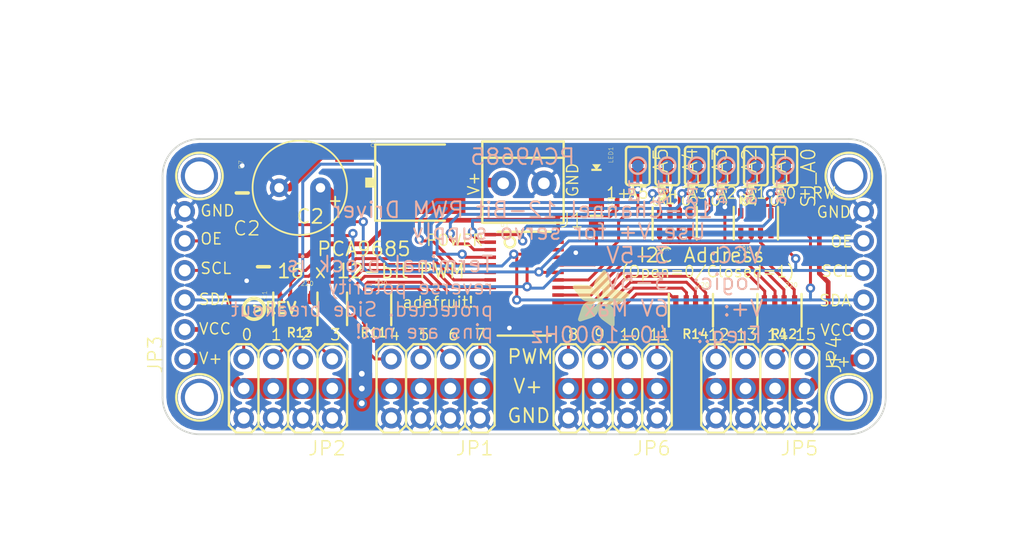
<source format=kicad_pcb>
(kicad_pcb (version 20171130) (host pcbnew "(5.0.2)-1")
  (layers (0 Top signal) (31 Bottom signal) (34 B.Paste user) (35 F.Paste user) (36 B.SilkS user) (37 F.SilkS user) (38 B.Mask user) (39 F.Mask user) (44 Edge.Cuts user))
  (net 0 "")
  (net 1 5.0V)
  (net 2 GND)
  (net 3 VCC)
  (net 4 /PWM11)
  (net 5 /PWM10)
  (net 6 /PWM9)
  (net 7 /PWM8)
  (net 8 /PWM7)
  (net 9 /PWM6)
  (net 10 /PWM5)
  (net 11 /PWM12)
  (net 12 /PWM13)
  (net 13 /PWM4)
  (net 14 /PWM3)
  (net 15 /SDA)
  (net 16 /SCL)
  (net 17 /A5)
  (net 18 /OE)
  (net 19 /PWM15)
  (net 20 /PWM14)
  (net 21 /PWM2)
  (net 22 /PWM1)
  (net 23 /PWM0)
  (net 24 /A4)
  (net 25 /A3)
  (net 26 /A2)
  (net 27 /A1)
  (net 28 /A0)
  (net 29 "Net-(J1-Pad1)")
  (net 30 "Net-(LED1-PadC)")
  (net 31 "Net-(JP1-Pad10)")
  (net 32 "Net-(JP1-Pad7)")
  (net 33 "Net-(JP1-Pad4)")
  (net 34 "Net-(JP1-Pad1)")
  (net 35 "Net-(JP2-Pad10)")
  (net 36 "Net-(JP2-Pad7)")
  (net 37 "Net-(JP2-Pad4)")
  (net 38 "Net-(JP2-Pad1)")
  (net 39 "Net-(JP5-Pad10)")
  (net 40 "Net-(JP5-Pad7)")
  (net 41 "Net-(JP5-Pad4)")
  (net 42 "Net-(JP5-Pad1)")
  (net 43 "Net-(JP6-Pad10)")
  (net 44 "Net-(JP6-Pad7)")
  (net 45 "Net-(JP6-Pad4)")
  (net 46 "Net-(JP6-Pad1)")
  (module "Adafruit PCA9685 rev C:TSSOP28" (layer Top) (at 148.5011 104.7496 270)
    (fp_text reference U1 (at -4.8456 2.0828) (layer F.SilkS) (effects (font (size 0.38608 0.38608) (thickness 0.030886)) (justify left bottom)))
    (fp_text value PCA9685)
    (pad 18 smd rect (at 2.275 -2.9178 270) (size 0.3048 0.9906) (layers Top F.Paste F.Mask) (net 4 /PWM11))
    (pad 17 smd rect (at 2.925 -2.9178 270) (size 0.3048 0.9906) (layers Top F.Paste F.Mask) (net 5 /PWM10))
    (pad 16 smd rect (at 3.575 -2.9178 270) (size 0.3048 0.9906) (layers Top F.Paste F.Mask) (net 6 /PWM9))
    (pad 15 smd rect (at 4.225 -2.9178 270) (size 0.3048 0.9906) (layers Top F.Paste F.Mask) (net 7 /PWM8))
    (pad 14 smd rect (at 4.225 2.9178 270) (size 0.3048 0.9906) (layers Top F.Paste F.Mask) (net 2 GND))
    (pad 13 smd rect (at 3.575 2.9178 270) (size 0.3048 0.9906) (layers Top F.Paste F.Mask) (net 8 /PWM7))
    (pad 12 smd rect (at 2.925 2.9178 270) (size 0.3048 0.9906) (layers Top F.Paste F.Mask) (net 9 /PWM6))
    (pad 11 smd rect (at 2.275 2.9178 270) (size 0.3048 0.9906) (layers Top F.Paste F.Mask) (net 10 /PWM5))
    (pad 19 smd rect (at 1.625 -2.9178 270) (size 0.3048 0.9906) (layers Top F.Paste F.Mask) (net 11 /PWM12))
    (pad 20 smd rect (at 0.975 -2.9178 270) (size 0.3048 0.9906) (layers Top F.Paste F.Mask) (net 12 /PWM13))
    (pad 10 smd rect (at 1.625 2.9178 270) (size 0.3048 0.9906) (layers Top F.Paste F.Mask) (net 13 /PWM4))
    (pad 9 smd rect (at 0.975 2.9178 270) (size 0.3048 0.9906) (layers Top F.Paste F.Mask) (net 14 /PWM3))
    (pad 28 smd rect (at -4.225 -2.9178 270) (size 0.3048 0.9906) (layers Top F.Paste F.Mask) (net 3 VCC))
    (pad 27 smd rect (at -3.575 -2.9178 270) (size 0.3048 0.9906) (layers Top F.Paste F.Mask) (net 15 /SDA))
    (pad 26 smd rect (at -2.925 -2.9178 270) (size 0.3048 0.9906) (layers Top F.Paste F.Mask) (net 16 /SCL))
    (pad 25 smd rect (at -2.275 -2.9178 270) (size 0.3048 0.9906) (layers Top F.Paste F.Mask) (net 2 GND))
    (pad 24 smd rect (at -1.625 -2.9178 270) (size 0.3048 0.9906) (layers Top F.Paste F.Mask) (net 17 /A5))
    (pad 23 smd rect (at -0.975 -2.9178 270) (size 0.3048 0.9906) (layers Top F.Paste F.Mask) (net 18 /OE))
    (pad 22 smd rect (at -0.325 -2.9178 270) (size 0.3048 0.9906) (layers Top F.Paste F.Mask) (net 19 /PWM15))
    (pad 21 smd rect (at 0.325 -2.9178 270) (size 0.3048 0.9906) (layers Top F.Paste F.Mask) (net 20 /PWM14))
    (pad 8 smd rect (at 0.325 2.9178 270) (size 0.3048 0.9906) (layers Top F.Paste F.Mask) (net 21 /PWM2))
    (pad 7 smd rect (at -0.325 2.9178 270) (size 0.3048 0.9906) (layers Top F.Paste F.Mask) (net 22 /PWM1))
    (pad 6 smd rect (at -0.975 2.9178 270) (size 0.3048 0.9906) (layers Top F.Paste F.Mask) (net 23 /PWM0))
    (pad 5 smd rect (at -1.625 2.9178 270) (size 0.3048 0.9906) (layers Top F.Paste F.Mask) (net 24 /A4))
    (pad 4 smd rect (at -2.275 2.9178 270) (size 0.3048 0.9906) (layers Top F.Paste F.Mask) (net 25 /A3))
    (pad 3 smd rect (at -2.925 2.9178 270) (size 0.3048 0.9906) (layers Top F.Paste F.Mask) (net 26 /A2))
    (pad 2 smd rect (at -3.575 2.9178 270) (size 0.3048 0.9906) (layers Top F.Paste F.Mask) (net 27 /A1))
    (pad 1 smd rect (at -4.225 2.9178 270) (size 0.3048 0.9906) (layers Top F.Paste F.Mask) (net 28 /A0))
  )
  (module "Adafruit PCA9685 rev C:SOLDERJUMPER_REFLOW_NOPASTE" (layer Top) (at 170.9801 94.6216 270)
    (fp_text reference SJ_A0 (at -1.651 -1.27 90) (layer F.SilkS) (effects (font (size 1.2065 1.2065) (thickness 0.12065)) (justify right top)))
    (fp_text value SOLDERJUMPERREFLOW_NOPASTE)
    (pad 2 smd rect (at 0.762 0 270) (size 1.1684 1.6002) (layers Top F.Mask) (net 28 /A0))
    (pad 1 smd rect (at -0.762 0 270) (size 1.1684 1.6002) (layers Top F.Mask) (net 3 VCC))
  )
  (module "Adafruit PCA9685 rev C:SOLDERJUMPER_REFLOW_NOPASTE" (layer Top) (at 168.4401 94.6216 270)
    (fp_text reference SJ_A1 (at -1.651 -1.27 90) (layer F.SilkS) (effects (font (size 1.2065 1.2065) (thickness 0.12065)) (justify right top)))
    (fp_text value SOLDERJUMPERREFLOW_NOPASTE)
    (pad 2 smd rect (at 0.762 0 270) (size 1.1684 1.6002) (layers Top F.Mask) (net 27 /A1))
    (pad 1 smd rect (at -0.762 0 270) (size 1.1684 1.6002) (layers Top F.Mask) (net 3 VCC))
  )
  (module "Adafruit PCA9685 rev C:SOLDERJUMPER_REFLOW_NOPASTE" (layer Top) (at 165.9001 94.6216 270)
    (fp_text reference SJ_A2 (at -1.651 -1.27 90) (layer F.SilkS) (effects (font (size 1.2065 1.2065) (thickness 0.12065)) (justify right top)))
    (fp_text value SOLDERJUMPERREFLOW_NOPASTE)
    (pad 2 smd rect (at 0.762 0 270) (size 1.1684 1.6002) (layers Top F.Mask) (net 26 /A2))
    (pad 1 smd rect (at -0.762 0 270) (size 1.1684 1.6002) (layers Top F.Mask) (net 3 VCC))
  )
  (module "Adafruit PCA9685 rev C:SOLDERJUMPER_REFLOW_NOPASTE" (layer Top) (at 163.3601 94.6216 270)
    (fp_text reference SJ_A3 (at -1.651 -1.27 90) (layer F.SilkS) (effects (font (size 1.2065 1.2065) (thickness 0.12065)) (justify right top)))
    (fp_text value SOLDERJUMPERREFLOW_NOPASTE)
    (pad 2 smd rect (at 0.762 0 270) (size 1.1684 1.6002) (layers Top F.Mask) (net 25 /A3))
    (pad 1 smd rect (at -0.762 0 270) (size 1.1684 1.6002) (layers Top F.Mask) (net 3 VCC))
  )
  (module "Adafruit PCA9685 rev C:SOLDERJUMPER_REFLOW_NOPASTE" (layer Top) (at 160.8201 94.6216 270)
    (fp_text reference SJ_A4 (at -1.651 -1.27 90) (layer F.SilkS) (effects (font (size 1.2065 1.2065) (thickness 0.12065)) (justify right top)))
    (fp_text value SOLDERJUMPERREFLOW_NOPASTE)
    (pad 2 smd rect (at 0.762 0 270) (size 1.1684 1.6002) (layers Top F.Mask) (net 24 /A4))
    (pad 1 smd rect (at -0.762 0 270) (size 1.1684 1.6002) (layers Top F.Mask) (net 3 VCC))
  )
  (module "Adafruit PCA9685 rev C:SOLDERJUMPER_REFLOW_NOPASTE" (layer Top) (at 158.2801 94.6216 270)
    (fp_text reference SJ_A5 (at -1.651 -1.27 90) (layer F.SilkS) (effects (font (size 1.2065 1.2065) (thickness 0.12065)) (justify right top)))
    (fp_text value SOLDERJUMPERREFLOW_NOPASTE)
    (pad 2 smd rect (at 0.762 0 270) (size 1.1684 1.6002) (layers Top F.Mask) (net 17 /A5))
    (pad 1 smd rect (at -0.762 0 270) (size 1.1684 1.6002) (layers Top F.Mask) (net 3 VCC))
  )
  (module "Adafruit PCA9685 rev C:0805-NO" (layer Top) (at 126.0696 103.2891 270)
    (fp_text reference C1 (at 2.032 0.127 90) (layer F.SilkS) (effects (font (size 0.38608 0.38608) (thickness 0.030886)) (justify right top)))
    (fp_text value 10uF)
    (pad 2 smd rect (at 0.95 0 270) (size 1.3 1.5) (layers Top F.Paste F.Mask) (net 2 GND))
    (pad 1 smd rect (at -0.95 0 270) (size 1.3 1.5) (layers Top F.Paste F.Mask) (net 3 VCC))
  )
  (module "Adafruit PCA9685 rev C:0805-NO" (layer Top) (at 124.2441 96.9391 90)
    (fp_text reference R7 (at 2.032 0.127 90) (layer F.SilkS) (effects (font (size 0.38608 0.38608) (thickness 0.030886)) (justify left bottom)))
    (fp_text value 10K)
    (pad 2 smd rect (at 0.95 0 90) (size 1.3 1.5) (layers Top F.Paste F.Mask) (net 2 GND))
    (pad 1 smd rect (at -0.95 0 90) (size 1.3 1.5) (layers Top F.Paste F.Mask) (net 18 /OE))
  )
  (module "Adafruit PCA9685 rev C:TERMBLOCK_1X2-3.5MM" (layer Top) (at 148.5011 96.1136 180)
    (fp_text reference J1 (at -3 -3.89) (layer F.SilkS) (effects (font (size 1.2065 1.2065) (thickness 0.09652)) (justify left bottom)))
    (fp_text value TERMBLOCK_1X2 hide)
    (pad 2 thru_hole circle (at -1.7 0 180) (size 2.1844 2.1844) (drill 1) (layers *.Cu *.Mask) (net 2 GND))
    (pad 1 thru_hole circle (at 1.8 0 180) (size 2.1844 2.1844) (drill 1) (layers *.Cu *.Mask) (net 29 "Net-(J1-Pad1)"))
  )
  (module "Adafruit PCA9685 rev C:MOUNTINGHOLE_2.5_PLATED" (layer Top) (at 120.5611 95.4786)
    (fp_text reference U$47 hide)
    (fp_text value MOUNTINGHOLE2.5 hide)
    (pad P$1 thru_hole circle (at 0 0) (size 3.2 3.2) (drill 2.5) (layers *.Cu *.Mask))
  )
  (module "Adafruit PCA9685 rev C:MOUNTINGHOLE_2.5_PLATED" (layer Top) (at 120.5611 114.5286)
    (fp_text reference U$48 hide)
    (fp_text value MOUNTINGHOLE2.5 hide)
    (pad P$1 thru_hole circle (at 0 0) (size 3.2 3.2) (drill 2.5) (layers *.Cu *.Mask))
  )
  (module "Adafruit PCA9685 rev C:MOUNTINGHOLE_2.5_PLATED" (layer Top) (at 176.4411 95.4786)
    (fp_text reference U$49 hide)
    (fp_text value MOUNTINGHOLE2.5 hide)
    (pad P$1 thru_hole circle (at 0 0) (size 3.2 3.2) (drill 2.5) (layers *.Cu *.Mask))
  )
  (module "Adafruit PCA9685 rev C:MOUNTINGHOLE_2.5_PLATED" (layer Top) (at 176.4411 114.5286)
    (fp_text reference U$50 hide)
    (fp_text value MOUNTINGHOLE2.5 hide)
    (pad P$1 thru_hole circle (at 0 0) (size 3.2 3.2) (drill 2.5) (layers *.Cu *.Mask))
  )
  (module "Adafruit PCA9685 rev C:FIDUCIAL_1MM" (layer Top) (at 162.4561 116.3386)
    (fp_text reference FID1 hide)
    (fp_text value FIDUCIAL"" hide)
    (pad 1 smd roundrect (at 0 0) (size 1 1) (layers Top F.Mask) (roundrect_rratio 0.5))
  )
  (module "Adafruit PCA9685 rev C:FIDUCIAL_1MM" (layer Top) (at 128.4341 93.8546)
    (fp_text reference FID2 hide)
    (fp_text value FIDUCIAL"" hide)
    (pad 1 smd roundrect (at 0 0) (size 1 1) (layers Top F.Mask) (roundrect_rratio 0.5))
  )
  (module "Adafruit PCA9685 rev C:TO252" (layer Top) (at 137.8461 96.0486 270)
    (fp_text reference Q1 (at -3.81 2.54 90) (layer F.SilkS) (effects (font (size 0.38608 0.38608) (thickness 0.030886)) (justify right top)))
    (fp_text value AOD417)
    (pad 2 smd rect (at 2.28 4.8 270) (size 1 1.6) (layers Top F.Paste F.Mask) (net 1 5.0V))
    (pad 1 smd rect (at -2.28 4.8 270) (size 1 1.6) (layers Top F.Paste F.Mask) (net 2 GND))
    (pad 3 smd rect (at 0 -2.5 270) (size 5.4 6.2) (layers Top F.Paste F.Mask) (net 29 "Net-(J1-Pad1)"))
  )
  (module "Adafruit PCA9685 rev C:CHIPLED_0805_NOOUTLINE" (layer Top) (at 154.7241 94.7166 180)
    (fp_text reference LED1 (at -1.016 1.778 90) (layer F.SilkS) (effects (font (size 0.38608 0.38608) (thickness 0.030886)) (justify right top)))
    (fp_text value GREEN)
    (pad A smd rect (at 0 1.05 180) (size 1.2 1.2) (layers Top F.Paste F.Mask) (net 3 VCC))
    (pad C smd rect (at 0 -1.05 180) (size 1.2 1.2) (layers Top F.Paste F.Mask) (net 30 "Net-(LED1-PadC)"))
  )
  (module "Adafruit PCA9685 rev C:_0805MP" (layer Top) (at 154.7241 98.9076 270)
    (fp_text reference R10 (at -1.5875 -0.9525 90) (layer F.SilkS) (effects (font (size 0.38608 0.38608) (thickness 0.030886)) (justify right top)))
    (fp_text value 470)
    (pad 2 smd rect (at 1.016 0 270) (size 1.2 1.3) (layers Top F.Paste F.Mask) (net 2 GND))
    (pad 1 smd rect (at -1.016 0 270) (size 1.2 1.3) (layers Top F.Paste F.Mask) (net 30 "Net-(LED1-PadC)"))
  )
  (module "Adafruit PCA9685 rev C:E3,5-8" (layer Top) (at 129.1971 96.4946 180)
    (fp_text reference C2 (at 3.302 -2.794) (layer F.SilkS) (effects (font (size 1.2065 1.2065) (thickness 0.12065)) (justify right top)))
    (fp_text value CPOL-USE3.5-8)
    (pad + thru_hole circle (at -1.778 0 180) (size 1.6002 1.6002) (drill 0.8128) (layers *.Cu *.Mask) (net 1 5.0V))
    (pad - thru_hole circle (at 1.778 0 180) (size 1.6002 1.6002) (drill 0.8128) (layers *.Cu *.Mask) (net 2 GND))
  )
  (module "Adafruit PCA9685 rev C:ADAFRUIT_5MM" (layer Top) (at 152.6921 108.4326)
    (fp_text reference U$51 hide)
    (fp_text value "" hide)
  )
  (module "Adafruit PCA9685 rev C:1X06-CLEANBIG" (layer Top) (at 119.2911 104.8766 90)
    (fp_text reference JP3 (at -7.6962 -1.8288 90) (layer F.SilkS) (effects (font (size 1.2065 1.2065) (thickness 0.12065)) (justify left bottom)))
    (fp_text value PINHD-1X6CB)
    (pad 6 thru_hole circle (at 6.35 0 180) (size 1.778 1.778) (drill 1.016) (layers *.Cu *.Mask) (net 2 GND))
    (pad 5 thru_hole circle (at 3.81 0 180) (size 1.778 1.778) (drill 1.016) (layers *.Cu *.Mask) (net 18 /OE))
    (pad 4 thru_hole circle (at 1.27 0 180) (size 1.778 1.778) (drill 1.016) (layers *.Cu *.Mask) (net 16 /SCL))
    (pad 3 thru_hole circle (at -1.27 0 180) (size 1.778 1.778) (drill 1.016) (layers *.Cu *.Mask) (net 15 /SDA))
    (pad 2 thru_hole circle (at -3.81 0 180) (size 1.778 1.778) (drill 1.016) (layers *.Cu *.Mask) (net 3 VCC))
    (pad 1 thru_hole circle (at -6.35 0 180) (size 1.778 1.778) (drill 1.016) (layers *.Cu *.Mask) (net 1 5.0V))
  )
  (module "Adafruit PCA9685 rev C:1X06-CLEANBIG" (layer Top) (at 177.7111 104.8766 90)
    (fp_text reference JP4 (at -7.6962 -1.8288 90) (layer F.SilkS) (effects (font (size 1.2065 1.2065) (thickness 0.12065)) (justify left bottom)))
    (fp_text value PINHD-1X6CB)
    (pad 6 thru_hole circle (at 6.35 0 180) (size 1.778 1.778) (drill 1.016) (layers *.Cu *.Mask) (net 2 GND))
    (pad 5 thru_hole circle (at 3.81 0 180) (size 1.778 1.778) (drill 1.016) (layers *.Cu *.Mask) (net 18 /OE))
    (pad 4 thru_hole circle (at 1.27 0 180) (size 1.778 1.778) (drill 1.016) (layers *.Cu *.Mask) (net 16 /SCL))
    (pad 3 thru_hole circle (at -1.27 0 180) (size 1.778 1.778) (drill 1.016) (layers *.Cu *.Mask) (net 15 /SDA))
    (pad 2 thru_hole circle (at -3.81 0 180) (size 1.778 1.778) (drill 1.016) (layers *.Cu *.Mask) (net 3 VCC))
    (pad 1 thru_hole circle (at -6.35 0 180) (size 1.778 1.778) (drill 1.016) (layers *.Cu *.Mask) (net 1 5.0V))
  )
  (module "Adafruit PCA9685 rev C:3X04" (layer Top) (at 140.8811 113.7666 180)
    (fp_text reference JP1 (at -5.08 -4.445) (layer F.SilkS) (effects (font (size 1.2065 1.2065) (thickness 0.12065)) (justify right top)))
    (fp_text value HEADER-3X04)
    (pad 12 thru_hole circle (at 3.81 -2.54 180) (size 1.778 1.778) (drill 1) (layers *.Cu *.Mask) (net 2 GND))
    (pad 9 thru_hole circle (at 1.27 -2.54 180) (size 1.778 1.778) (drill 1) (layers *.Cu *.Mask) (net 2 GND))
    (pad 6 thru_hole circle (at -1.27 -2.54 180) (size 1.778 1.778) (drill 1) (layers *.Cu *.Mask) (net 2 GND))
    (pad 3 thru_hole circle (at -3.81 -2.54 180) (size 1.778 1.778) (drill 1) (layers *.Cu *.Mask) (net 2 GND))
    (pad 11 thru_hole circle (at 3.81 0 180) (size 1.778 1.778) (drill 1) (layers *.Cu *.Mask) (net 1 5.0V))
    (pad 10 thru_hole circle (at 3.81 2.54 180) (size 1.778 1.778) (drill 1) (layers *.Cu *.Mask) (net 31 "Net-(JP1-Pad10)"))
    (pad 8 thru_hole circle (at 1.27 0 180) (size 1.778 1.778) (drill 1) (layers *.Cu *.Mask) (net 1 5.0V))
    (pad 7 thru_hole circle (at 1.27 2.54 180) (size 1.778 1.778) (drill 1) (layers *.Cu *.Mask) (net 32 "Net-(JP1-Pad7)"))
    (pad 5 thru_hole circle (at -1.27 0 180) (size 1.778 1.778) (drill 1) (layers *.Cu *.Mask) (net 1 5.0V))
    (pad 4 thru_hole circle (at -1.27 2.54 180) (size 1.778 1.778) (drill 1) (layers *.Cu *.Mask) (net 33 "Net-(JP1-Pad4)"))
    (pad 2 thru_hole circle (at -3.81 0 180) (size 1.778 1.778) (drill 1) (layers *.Cu *.Mask) (net 1 5.0V))
    (pad 1 thru_hole circle (at -3.81 2.54 180) (size 1.778 1.778) (drill 1) (layers *.Cu *.Mask) (net 34 "Net-(JP1-Pad1)"))
  )
  (module "Adafruit PCA9685 rev C:3X04" (layer Top) (at 128.1811 113.7666 180)
    (fp_text reference JP2 (at -5.08 -4.445) (layer F.SilkS) (effects (font (size 1.2065 1.2065) (thickness 0.12065)) (justify right top)))
    (fp_text value HEADER-3X04)
    (pad 12 thru_hole circle (at 3.81 -2.54 180) (size 1.778 1.778) (drill 1) (layers *.Cu *.Mask) (net 2 GND))
    (pad 9 thru_hole circle (at 1.27 -2.54 180) (size 1.778 1.778) (drill 1) (layers *.Cu *.Mask) (net 2 GND))
    (pad 6 thru_hole circle (at -1.27 -2.54 180) (size 1.778 1.778) (drill 1) (layers *.Cu *.Mask) (net 2 GND))
    (pad 3 thru_hole circle (at -3.81 -2.54 180) (size 1.778 1.778) (drill 1) (layers *.Cu *.Mask) (net 2 GND))
    (pad 11 thru_hole circle (at 3.81 0 180) (size 1.778 1.778) (drill 1) (layers *.Cu *.Mask) (net 1 5.0V))
    (pad 10 thru_hole circle (at 3.81 2.54 180) (size 1.778 1.778) (drill 1) (layers *.Cu *.Mask) (net 35 "Net-(JP2-Pad10)"))
    (pad 8 thru_hole circle (at 1.27 0 180) (size 1.778 1.778) (drill 1) (layers *.Cu *.Mask) (net 1 5.0V))
    (pad 7 thru_hole circle (at 1.27 2.54 180) (size 1.778 1.778) (drill 1) (layers *.Cu *.Mask) (net 36 "Net-(JP2-Pad7)"))
    (pad 5 thru_hole circle (at -1.27 0 180) (size 1.778 1.778) (drill 1) (layers *.Cu *.Mask) (net 1 5.0V))
    (pad 4 thru_hole circle (at -1.27 2.54 180) (size 1.778 1.778) (drill 1) (layers *.Cu *.Mask) (net 37 "Net-(JP2-Pad4)"))
    (pad 2 thru_hole circle (at -3.81 0 180) (size 1.778 1.778) (drill 1) (layers *.Cu *.Mask) (net 1 5.0V))
    (pad 1 thru_hole circle (at -3.81 2.54 180) (size 1.778 1.778) (drill 1) (layers *.Cu *.Mask) (net 38 "Net-(JP2-Pad1)"))
  )
  (module "Adafruit PCA9685 rev C:3X04" (layer Top) (at 168.8211 113.7666 180)
    (fp_text reference JP5 (at -5.08 -4.445) (layer F.SilkS) (effects (font (size 1.2065 1.2065) (thickness 0.12065)) (justify right top)))
    (fp_text value HEADER-3X04)
    (pad 12 thru_hole circle (at 3.81 -2.54 180) (size 1.778 1.778) (drill 1) (layers *.Cu *.Mask) (net 2 GND))
    (pad 9 thru_hole circle (at 1.27 -2.54 180) (size 1.778 1.778) (drill 1) (layers *.Cu *.Mask) (net 2 GND))
    (pad 6 thru_hole circle (at -1.27 -2.54 180) (size 1.778 1.778) (drill 1) (layers *.Cu *.Mask) (net 2 GND))
    (pad 3 thru_hole circle (at -3.81 -2.54 180) (size 1.778 1.778) (drill 1) (layers *.Cu *.Mask) (net 2 GND))
    (pad 11 thru_hole circle (at 3.81 0 180) (size 1.778 1.778) (drill 1) (layers *.Cu *.Mask) (net 1 5.0V))
    (pad 10 thru_hole circle (at 3.81 2.54 180) (size 1.778 1.778) (drill 1) (layers *.Cu *.Mask) (net 39 "Net-(JP5-Pad10)"))
    (pad 8 thru_hole circle (at 1.27 0 180) (size 1.778 1.778) (drill 1) (layers *.Cu *.Mask) (net 1 5.0V))
    (pad 7 thru_hole circle (at 1.27 2.54 180) (size 1.778 1.778) (drill 1) (layers *.Cu *.Mask) (net 40 "Net-(JP5-Pad7)"))
    (pad 5 thru_hole circle (at -1.27 0 180) (size 1.778 1.778) (drill 1) (layers *.Cu *.Mask) (net 1 5.0V))
    (pad 4 thru_hole circle (at -1.27 2.54 180) (size 1.778 1.778) (drill 1) (layers *.Cu *.Mask) (net 41 "Net-(JP5-Pad4)"))
    (pad 2 thru_hole circle (at -3.81 0 180) (size 1.778 1.778) (drill 1) (layers *.Cu *.Mask) (net 1 5.0V))
    (pad 1 thru_hole circle (at -3.81 2.54 180) (size 1.778 1.778) (drill 1) (layers *.Cu *.Mask) (net 42 "Net-(JP5-Pad1)"))
  )
  (module "Adafruit PCA9685 rev C:3X04" (layer Top) (at 156.1211 113.7666 180)
    (fp_text reference JP6 (at -5.08 -4.445) (layer F.SilkS) (effects (font (size 1.2065 1.2065) (thickness 0.12065)) (justify right top)))
    (fp_text value HEADER-3X04)
    (pad 12 thru_hole circle (at 3.81 -2.54 180) (size 1.778 1.778) (drill 1) (layers *.Cu *.Mask) (net 2 GND))
    (pad 9 thru_hole circle (at 1.27 -2.54 180) (size 1.778 1.778) (drill 1) (layers *.Cu *.Mask) (net 2 GND))
    (pad 6 thru_hole circle (at -1.27 -2.54 180) (size 1.778 1.778) (drill 1) (layers *.Cu *.Mask) (net 2 GND))
    (pad 3 thru_hole circle (at -3.81 -2.54 180) (size 1.778 1.778) (drill 1) (layers *.Cu *.Mask) (net 2 GND))
    (pad 11 thru_hole circle (at 3.81 0 180) (size 1.778 1.778) (drill 1) (layers *.Cu *.Mask) (net 1 5.0V))
    (pad 10 thru_hole circle (at 3.81 2.54 180) (size 1.778 1.778) (drill 1) (layers *.Cu *.Mask) (net 43 "Net-(JP6-Pad10)"))
    (pad 8 thru_hole circle (at 1.27 0 180) (size 1.778 1.778) (drill 1) (layers *.Cu *.Mask) (net 1 5.0V))
    (pad 7 thru_hole circle (at 1.27 2.54 180) (size 1.778 1.778) (drill 1) (layers *.Cu *.Mask) (net 44 "Net-(JP6-Pad7)"))
    (pad 5 thru_hole circle (at -1.27 0 180) (size 1.778 1.778) (drill 1) (layers *.Cu *.Mask) (net 1 5.0V))
    (pad 4 thru_hole circle (at -1.27 2.54 180) (size 1.778 1.778) (drill 1) (layers *.Cu *.Mask) (net 45 "Net-(JP6-Pad4)"))
    (pad 2 thru_hole circle (at -3.81 0 180) (size 1.778 1.778) (drill 1) (layers *.Cu *.Mask) (net 1 5.0V))
    (pad 1 thru_hole circle (at -3.81 2.54 180) (size 1.778 1.778) (drill 1) (layers *.Cu *.Mask) (net 46 "Net-(JP6-Pad1)"))
  )
  (module "Adafruit PCA9685 rev C:RESPACK_4X0603" (layer Top) (at 135.1661 106.9086 180)
    (fp_text reference R11 (at -1.6 -1.6 180) (layer F.SilkS) (effects (font (size 0.77216 0.77216) (thickness 0.146304)) (justify right top)))
    (fp_text value 220 (at -1.6 2.4 180) (layer F.SilkS) (effects (font (size 0.38608 0.38608) (thickness 0.04064)) (justify right top)))
    (pad 3 smd rect (at 0.4 0.85 180) (size 0.45 0.9) (layers Top F.Paste F.Mask) (net 10 /PWM5))
    (pad 2 smd rect (at -0.4 0.85 180) (size 0.45 0.9) (layers Top F.Paste F.Mask) (net 9 /PWM6))
    (pad 4 smd rect (at 1.3 0.85 180) (size 0.45 0.9) (layers Top F.Paste F.Mask) (net 13 /PWM4))
    (pad 5 smd rect (at 1.3 -0.85 180) (size 0.45 0.9) (layers Top F.Paste F.Mask) (net 31 "Net-(JP1-Pad10)"))
    (pad 6 smd rect (at 0.4 -0.85 180) (size 0.45 0.9) (layers Top F.Paste F.Mask) (net 32 "Net-(JP1-Pad7)"))
    (pad 7 smd rect (at -0.4 -0.85 180) (size 0.45 0.9) (layers Top F.Paste F.Mask) (net 33 "Net-(JP1-Pad4)"))
    (pad 1 smd rect (at -1.3 0.85 180) (size 0.45 0.9) (layers Top F.Paste F.Mask) (net 8 /PWM7))
    (pad 8 smd rect (at -1.3 -0.85 180) (size 0.45 0.9) (layers Top F.Paste F.Mask) (net 34 "Net-(JP1-Pad1)"))
  )
  (module "Adafruit PCA9685 rev C:RESPACK_4X0603" (layer Top) (at 170.4721 107.0356 180)
    (fp_text reference R12 (at -1.6 -1.6 180) (layer F.SilkS) (effects (font (size 0.77216 0.77216) (thickness 0.146304)) (justify right top)))
    (fp_text value 220 (at -1.6 2.4 180) (layer F.SilkS) (effects (font (size 0.38608 0.38608) (thickness 0.04064)) (justify right top)))
    (pad 3 smd rect (at 0.4 0.85 180) (size 0.45 0.9) (layers Top F.Paste F.Mask) (net 12 /PWM13))
    (pad 2 smd rect (at -0.4 0.85 180) (size 0.45 0.9) (layers Top F.Paste F.Mask) (net 20 /PWM14))
    (pad 4 smd rect (at 1.3 0.85 180) (size 0.45 0.9) (layers Top F.Paste F.Mask) (net 11 /PWM12))
    (pad 5 smd rect (at 1.3 -0.85 180) (size 0.45 0.9) (layers Top F.Paste F.Mask) (net 39 "Net-(JP5-Pad10)"))
    (pad 6 smd rect (at 0.4 -0.85 180) (size 0.45 0.9) (layers Top F.Paste F.Mask) (net 40 "Net-(JP5-Pad7)"))
    (pad 7 smd rect (at -0.4 -0.85 180) (size 0.45 0.9) (layers Top F.Paste F.Mask) (net 41 "Net-(JP5-Pad4)"))
    (pad 1 smd rect (at -1.3 0.85 180) (size 0.45 0.9) (layers Top F.Paste F.Mask) (net 19 /PWM15))
    (pad 8 smd rect (at -1.3 -0.85 180) (size 0.45 0.9) (layers Top F.Paste F.Mask) (net 42 "Net-(JP5-Pad1)"))
  )
  (module "Adafruit PCA9685 rev C:RESPACK_4X0603" (layer Top) (at 128.8161 106.9086 180)
    (fp_text reference R13 (at -1.6 -1.6 180) (layer F.SilkS) (effects (font (size 0.77216 0.77216) (thickness 0.146304)) (justify right top)))
    (fp_text value 220 (at -1.6 2.4 180) (layer F.SilkS) (effects (font (size 0.38608 0.38608) (thickness 0.04064)) (justify right top)))
    (pad 3 smd rect (at 0.4 0.85 180) (size 0.45 0.9) (layers Top F.Paste F.Mask) (net 22 /PWM1))
    (pad 2 smd rect (at -0.4 0.85 180) (size 0.45 0.9) (layers Top F.Paste F.Mask) (net 21 /PWM2))
    (pad 4 smd rect (at 1.3 0.85 180) (size 0.45 0.9) (layers Top F.Paste F.Mask) (net 23 /PWM0))
    (pad 5 smd rect (at 1.3 -0.85 180) (size 0.45 0.9) (layers Top F.Paste F.Mask) (net 35 "Net-(JP2-Pad10)"))
    (pad 6 smd rect (at 0.4 -0.85 180) (size 0.45 0.9) (layers Top F.Paste F.Mask) (net 36 "Net-(JP2-Pad7)"))
    (pad 7 smd rect (at -0.4 -0.85 180) (size 0.45 0.9) (layers Top F.Paste F.Mask) (net 37 "Net-(JP2-Pad4)"))
    (pad 1 smd rect (at -1.3 0.85 180) (size 0.45 0.9) (layers Top F.Paste F.Mask) (net 14 /PWM3))
    (pad 8 smd rect (at -1.3 -0.85 180) (size 0.45 0.9) (layers Top F.Paste F.Mask) (net 38 "Net-(JP2-Pad1)"))
  )
  (module "Adafruit PCA9685 rev C:RESPACK_4X0603" (layer Top) (at 162.8521 107.0356 180)
    (fp_text reference R14 (at -1.6 -1.6 180) (layer F.SilkS) (effects (font (size 0.77216 0.77216) (thickness 0.146304)) (justify right top)))
    (fp_text value 220 (at -1.6 2.4 180) (layer F.SilkS) (effects (font (size 0.38608 0.38608) (thickness 0.04064)) (justify right top)))
    (pad 3 smd rect (at 0.4 0.85 180) (size 0.45 0.9) (layers Top F.Paste F.Mask) (net 6 /PWM9))
    (pad 2 smd rect (at -0.4 0.85 180) (size 0.45 0.9) (layers Top F.Paste F.Mask) (net 5 /PWM10))
    (pad 4 smd rect (at 1.3 0.85 180) (size 0.45 0.9) (layers Top F.Paste F.Mask) (net 7 /PWM8))
    (pad 5 smd rect (at 1.3 -0.85 180) (size 0.45 0.9) (layers Top F.Paste F.Mask) (net 43 "Net-(JP6-Pad10)"))
    (pad 6 smd rect (at 0.4 -0.85 180) (size 0.45 0.9) (layers Top F.Paste F.Mask) (net 44 "Net-(JP6-Pad7)"))
    (pad 7 smd rect (at -0.4 -0.85 180) (size 0.45 0.9) (layers Top F.Paste F.Mask) (net 45 "Net-(JP6-Pad4)"))
    (pad 1 smd rect (at -1.3 0.85 180) (size 0.45 0.9) (layers Top F.Paste F.Mask) (net 4 /PWM11))
    (pad 8 smd rect (at -1.3 -0.85 180) (size 0.45 0.9) (layers Top F.Paste F.Mask) (net 46 "Net-(JP6-Pad1)"))
  )
  (module "Adafruit PCA9685 rev C:RESPACK_4X0603" (layer Top) (at 161.4551 99.5426)
    (fp_text reference R1 (at -1.6 -1.6) (layer F.SilkS) (effects (font (size 0.77216 0.77216) (thickness 0.146304)) (justify left bottom)))
    (fp_text value 10K (at -1.6 2.4) (layer F.SilkS) (effects (font (size 0.38608 0.38608) (thickness 0.04064)) (justify left bottom)))
    (pad 3 smd rect (at 0.4 0.85) (size 0.45 0.9) (layers Top F.Paste F.Mask) (net 2 GND))
    (pad 2 smd rect (at -0.4 0.85) (size 0.45 0.9) (layers Top F.Paste F.Mask) (net 2 GND))
    (pad 4 smd rect (at 1.3 0.85) (size 0.45 0.9) (layers Top F.Paste F.Mask) (net 2 GND))
    (pad 5 smd rect (at 1.3 -0.85) (size 0.45 0.9) (layers Top F.Paste F.Mask) (net 26 /A2))
    (pad 6 smd rect (at 0.4 -0.85) (size 0.45 0.9) (layers Top F.Paste F.Mask) (net 25 /A3))
    (pad 7 smd rect (at -0.4 -0.85) (size 0.45 0.9) (layers Top F.Paste F.Mask) (net 24 /A4))
    (pad 1 smd rect (at -1.3 0.85) (size 0.45 0.9) (layers Top F.Paste F.Mask) (net 2 GND))
    (pad 8 smd rect (at -1.3 -0.85) (size 0.45 0.9) (layers Top F.Paste F.Mask) (net 17 /A5))
  )
  (module "Adafruit PCA9685 rev C:RESPACK_4X0603" (layer Top) (at 168.4401 99.5426)
    (fp_text reference R2 (at -1.6 -1.6) (layer F.SilkS) (effects (font (size 0.77216 0.77216) (thickness 0.146304)) (justify left bottom)))
    (fp_text value 10K (at -1.6 2.4) (layer F.SilkS) (effects (font (size 0.38608 0.38608) (thickness 0.04064)) (justify left bottom)))
    (pad 3 smd rect (at 0.4 0.85) (size 0.45 0.9) (layers Top F.Paste F.Mask) (net 16 /SCL))
    (pad 2 smd rect (at -0.4 0.85) (size 0.45 0.9) (layers Top F.Paste F.Mask) (net 2 GND))
    (pad 4 smd rect (at 1.3 0.85) (size 0.45 0.9) (layers Top F.Paste F.Mask) (net 15 /SDA))
    (pad 5 smd rect (at 1.3 -0.85) (size 0.45 0.9) (layers Top F.Paste F.Mask) (net 3 VCC))
    (pad 6 smd rect (at 0.4 -0.85) (size 0.45 0.9) (layers Top F.Paste F.Mask) (net 3 VCC))
    (pad 7 smd rect (at -0.4 -0.85) (size 0.45 0.9) (layers Top F.Paste F.Mask) (net 28 /A0))
    (pad 1 smd rect (at -1.3 0.85) (size 0.45 0.9) (layers Top F.Paste F.Mask) (net 2 GND))
    (pad 8 smd rect (at -1.3 -0.85) (size 0.45 0.9) (layers Top F.Paste F.Mask) (net 27 /A1))
  )
  (module "Adafruit PCA9685 rev C:PCBFEAT-REV-040" (layer Top) (at 125.2601 106.9086)
    (fp_text reference U$54 hide)
    (fp_text value "" hide)
    (fp_text user >REV (at -0.3556 0.508) (layer F.SilkS) (effects (font (size 0.9652 0.9652) (thickness 0.2032)) (justify left bottom)))
  )
  (module "Adafruit PCA9685 rev C:TESTPOINT_ROUND_1MM" (layer Bottom) (at 158.2801 94.5896 270)
    (fp_text reference TP1 (at 1.143 -0.127 270) (layer B.SilkS) (effects (font (size 0.77216 0.77216) (thickness 0.146304)) (justify left bottom mirror)))
    (fp_text value TESTPOINTROUND1MM)
    (pad P$1 smd roundrect (at 0 0 270) (size 1 1) (layers Bottom B.Mask) (roundrect_rratio 0.5) (net 17 /A5))
  )
  (module "Adafruit PCA9685 rev C:TESTPOINT_ROUND_1MM" (layer Bottom) (at 160.8201 94.5896 270)
    (fp_text reference TP2 (at 1.143 -0.127 270) (layer B.SilkS) (effects (font (size 0.77216 0.77216) (thickness 0.146304)) (justify left bottom mirror)))
    (fp_text value TESTPOINTROUND1MM)
    (pad P$1 smd roundrect (at 0 0 270) (size 1 1) (layers Bottom B.Mask) (roundrect_rratio 0.5) (net 24 /A4))
  )
  (module "Adafruit PCA9685 rev C:TESTPOINT_ROUND_1MM" (layer Bottom) (at 163.3601 94.5896 270)
    (fp_text reference TP3 (at 1.143 -0.127 270) (layer B.SilkS) (effects (font (size 0.77216 0.77216) (thickness 0.146304)) (justify left bottom mirror)))
    (fp_text value TESTPOINTROUND1MM)
    (pad P$1 smd roundrect (at 0 0 270) (size 1 1) (layers Bottom B.Mask) (roundrect_rratio 0.5) (net 25 /A3))
  )
  (module "Adafruit PCA9685 rev C:TESTPOINT_ROUND_1MM" (layer Bottom) (at 165.9001 94.5896 270)
    (fp_text reference TP4 (at 1.143 -0.127 270) (layer B.SilkS) (effects (font (size 0.77216 0.77216) (thickness 0.146304)) (justify left bottom mirror)))
    (fp_text value TESTPOINTROUND1MM)
    (pad P$1 smd roundrect (at 0 0 270) (size 1 1) (layers Bottom B.Mask) (roundrect_rratio 0.5) (net 26 /A2))
  )
  (module "Adafruit PCA9685 rev C:TESTPOINT_ROUND_1MM" (layer Bottom) (at 168.4401 94.5896 270)
    (fp_text reference TP5 (at 1.143 -0.127 270) (layer B.SilkS) (effects (font (size 0.77216 0.77216) (thickness 0.146304)) (justify left bottom mirror)))
    (fp_text value TESTPOINTROUND1MM)
    (pad P$1 smd roundrect (at 0 0 270) (size 1 1) (layers Bottom B.Mask) (roundrect_rratio 0.5) (net 27 /A1))
  )
  (module "Adafruit PCA9685 rev C:TESTPOINT_ROUND_1MM" (layer Bottom) (at 170.9801 94.5896 270)
    (fp_text reference TP6 (at 1.143 -0.127 270) (layer B.SilkS) (effects (font (size 0.77216 0.77216) (thickness 0.146304)) (justify left bottom mirror)))
    (fp_text value TESTPOINTROUND1MM)
    (pad P$1 smd roundrect (at 0 0 270) (size 1 1) (layers Bottom B.Mask) (roundrect_rratio 0.5) (net 28 /A0))
  )
  (gr_arc (start 120.5611 114.5286) (end 120.5611 117.7036) (angle 90) (layer Edge.Cuts) (width 0.15))
  (gr_line (start 117.3861 114.5286) (end 117.3861 95.4786) (layer Edge.Cuts) (width 0.15))
  (gr_arc (start 120.5611 95.4786) (end 117.3861 95.4786) (angle 90) (layer Edge.Cuts) (width 0.15))
  (gr_line (start 120.5611 92.3036) (end 176.4411 92.3036) (layer Edge.Cuts) (width 0.15))
  (gr_arc (start 176.4411 95.4786) (end 176.4411 92.3036) (angle 90) (layer Edge.Cuts) (width 0.15))
  (gr_line (start 179.6161 95.4786) (end 179.6161 114.5286) (layer Edge.Cuts) (width 0.15))
  (gr_arc (start 176.4411 114.5286) (end 179.6161 114.5286) (angle 90) (layer Edge.Cuts) (width 0.15))
  (gr_line (start 176.4411 117.7036) (end 120.5611 117.7036) (layer Edge.Cuts) (width 0.15))
  (gr_text A0 (at 170.0911 97.5106) (layer F.SilkS) (effects (font (size 0.9652 0.9652) (thickness 0.12192)) (justify left bottom)))
  (gr_text A1 (at 167.5511 97.5106) (layer F.SilkS) (effects (font (size 0.9652 0.9652) (thickness 0.12192)) (justify left bottom)))
  (gr_text A2 (at 165.0111 97.5106) (layer F.SilkS) (effects (font (size 0.9652 0.9652) (thickness 0.12192)) (justify left bottom)))
  (gr_text A3 (at 162.4711 97.5106) (layer F.SilkS) (effects (font (size 0.9652 0.9652) (thickness 0.12192)) (justify left bottom)))
  (gr_text A4 (at 159.9311 97.5106) (layer F.SilkS) (effects (font (size 0.9652 0.9652) (thickness 0.12192)) (justify left bottom)))
  (gr_text A5 (at 157.3911 97.5106) (layer F.SilkS) (effects (font (size 0.9652 0.9652) (thickness 0.12192)) (justify left bottom)))
  (gr_text V+ (at 147.4691 114.2746) (layer F.SilkS) (effects (font (size 1.2065 1.2065) (thickness 0.1524)) (justify left bottom)))
  (gr_text GND (at 146.9611 116.8146) (layer F.SilkS) (effects (font (size 1.2065 1.2065) (thickness 0.1524)) (justify left bottom)))
  (gr_text 8 (at 152.1681 109.7026) (layer F.SilkS) (effects (font (size 0.9652 0.9652) (thickness 0.12192)) (justify left bottom)))
  (gr_text 9 (at 154.4541 109.7026) (layer F.SilkS) (effects (font (size 0.9652 0.9652) (thickness 0.12192)) (justify left bottom)))
  (gr_text 10 (at 156.6131 109.7026) (layer F.SilkS) (effects (font (size 0.9652 0.9652) (thickness 0.12192)) (justify left bottom)))
  (gr_text 11 (at 159.1531 109.7026) (layer F.SilkS) (effects (font (size 0.9652 0.9652) (thickness 0.12192)) (justify left bottom)))
  (gr_text 12 (at 164.2331 109.7026) (layer F.SilkS) (effects (font (size 0.9652 0.9652) (thickness 0.12192)) (justify left bottom)))
  (gr_text 13 (at 166.6461 109.7026) (layer F.SilkS) (effects (font (size 0.9652 0.9652) (thickness 0.12192)) (justify left bottom)))
  (gr_text 14 (at 169.3131 109.7026) (layer F.SilkS) (effects (font (size 0.9652 0.9652) (thickness 0.12192)) (justify left bottom)))
  (gr_text 15 (at 171.7261 109.7026) (layer F.SilkS) (effects (font (size 0.9652 0.9652) (thickness 0.12192)) (justify left bottom)))
  (gr_text 0 (at 124.1011 109.7026) (layer F.SilkS) (effects (font (size 0.9652 0.9652) (thickness 0.12192)) (justify left bottom)))
  (gr_text 1 (at 126.6411 109.7026) (layer F.SilkS) (effects (font (size 0.9652 0.9652) (thickness 0.12192)) (justify left bottom)))
  (gr_text 2 (at 129.1811 109.7026) (layer F.SilkS) (effects (font (size 0.9652 0.9652) (thickness 0.12192)) (justify left bottom)))
  (gr_text 3 (at 131.7211 109.7026) (layer F.SilkS) (effects (font (size 0.9652 0.9652) (thickness 0.12192)) (justify left bottom)))
  (gr_text 4 (at 136.8011 109.7026) (layer F.SilkS) (effects (font (size 0.9652 0.9652) (thickness 0.12192)) (justify left bottom)))
  (gr_text 5 (at 139.3411 109.7026) (layer F.SilkS) (effects (font (size 0.9652 0.9652) (thickness 0.12192)) (justify left bottom)))
  (gr_text 6 (at 141.8811 109.7026) (layer F.SilkS) (effects (font (size 0.9652 0.9652) (thickness 0.12192)) (justify left bottom)))
  (gr_text 7 (at 144.1671 109.7026) (layer F.SilkS) (effects (font (size 0.9652 0.9652) (thickness 0.12192)) (justify left bottom)))
  (gr_text PWM (at 146.9611 111.7346) (layer F.SilkS) (effects (font (size 1.2065 1.2065) (thickness 0.1524)) (justify left bottom)))
  (gr_text GND (at 153.2341 97.3756 90) (layer F.SilkS) (effects (font (size 0.9652 0.9652) (thickness 0.12192)) (justify left bottom)))
  (gr_text V+ (at 144.7251 97.2166 90) (layer F.SilkS) (effects (font (size 0.9652 0.9652) (thickness 0.12192)) (justify left bottom)))
  (gr_text GND (at 120.5611 99.0346) (layer F.SilkS) (effects (font (size 0.9652 0.9652) (thickness 0.12192)) (justify left bottom)))
  (gr_text OE (at 120.5611 101.4476) (layer F.SilkS) (effects (font (size 0.9652 0.9652) (thickness 0.12192)) (justify left bottom)))
  (gr_text SCL (at 120.5611 103.9876) (layer F.SilkS) (effects (font (size 0.9652 0.9652) (thickness 0.12192)) (justify left bottom)))
  (gr_text SDA (at 120.4341 106.6546) (layer F.SilkS) (effects (font (size 0.9652 0.9652) (thickness 0.12192)) (justify left bottom)))
  (gr_text VCC (at 120.4341 109.1946) (layer F.SilkS) (effects (font (size 0.9652 0.9652) (thickness 0.12192)) (justify left bottom)))
  (gr_text "I2C Address" (at 158.2801 103.0036) (layer F.SilkS) (effects (font (size 1.2065 1.2065) (thickness 0.1524)) (justify left bottom)))
  (gr_text "(Open=0/Closed=1)" (at 156.7561 104.2736) (layer F.SilkS) (effects (font (size 0.9652 0.9652) (thickness 0.12192)) (justify left bottom)))
  (gr_text 1+ (at 155.4861 97.5106) (layer F.SilkS) (effects (font (size 0.9652 0.9652) (thickness 0.12192)) (justify left bottom)))
  (gr_text +RW (at 171.9961 97.5106) (layer F.SilkS) (effects (font (size 0.9652 0.9652) (thickness 0.12192)) (justify left bottom)))
  (gr_text C2 (at 128.8161 99.6696) (layer F.SilkS) (effects (font (size 1.2065 1.2065) (thickness 0.1524)) (justify left bottom)))
  (gr_text GND (at 176.6951 98.0186) (layer F.SilkS) (effects (font (size 0.9652 0.9652) (thickness 0.12192)) (justify right top)))
  (gr_text OE (at 176.8221 100.5586) (layer F.SilkS) (effects (font (size 0.9652 0.9652) (thickness 0.12192)) (justify right top)))
  (gr_text SCL (at 176.8221 103.0986) (layer F.SilkS) (effects (font (size 0.9652 0.9652) (thickness 0.12192)) (justify right top)))
  (gr_text SDA (at 176.6951 105.6386) (layer F.SilkS) (effects (font (size 0.9652 0.9652) (thickness 0.12192)) (justify right top)))
  (gr_text VCC (at 176.8221 108.1786) (layer F.SilkS) (effects (font (size 0.9652 0.9652) (thickness 0.12192)) (justify right top)))
  (gr_text V+ (at 120.4341 111.7346) (layer F.SilkS) (effects (font (size 0.9652 0.9652) (thickness 0.12192)) (justify left bottom)))
  (gr_text V+ (at 176.6951 110.8456) (layer F.SilkS) (effects (font (size 0.9652 0.9652) (thickness 0.12192)) (justify right top)))
  (gr_text POWER (at 139.9921 101.5746) (layer F.SilkS) (effects (font (size 0.9652 0.9652) (thickness 0.12192)) (justify left bottom)))
  (gr_text VCC: (at 169.0751 103.0986) (layer B.SilkS) (effects (font (size 1.35128 1.35128) (thickness 0.170688)) (justify left bottom mirror)))
  (gr_text Logic: (at 169.0751 105.3846) (layer B.SilkS) (effects (font (size 1.35128 1.35128) (thickness 0.170688)) (justify left bottom mirror)))
  (gr_text V+: (at 169.2021 107.6706) (layer B.SilkS) (effects (font (size 1.35128 1.35128) (thickness 0.170688)) (justify left bottom mirror)))
  (gr_text 3-5V (at 161.0741 103.0986) (layer B.SilkS) (effects (font (size 1.35128 1.35128) (thickness 0.170688)) (justify left bottom mirror)))
  (gr_text 3-5V (at 161.0741 105.3846) (layer B.SilkS) (effects (font (size 1.35128 1.35128) (thickness 0.170688)) (justify left bottom mirror)))
  (gr_text "6V Max" (at 161.0741 107.6706) (layer B.SilkS) (effects (font (size 1.35128 1.35128) (thickness 0.170688)) (justify left bottom mirror)))
  (gr_text "Use V+ for servo supply" (at 164.2491 101.0666) (layer B.SilkS) (effects (font (size 1.35128 1.35128) (thickness 0.170688)) (justify left bottom mirror)))
  (gr_text PCA9685 (at 148.3741 93.8276) (layer B.SilkS) (effects (font (size 1.35128 1.35128) (thickness 0.170688)) (justify mirror)))
  (gr_text "Terminal block is" (at 145.9611 103.8606) (layer B.SilkS) (effects (font (size 1.35128 1.35128) (thickness 0.170688)) (justify left bottom mirror)))
  (gr_text "reverse polarity" (at 145.9611 105.7656) (layer B.SilkS) (effects (font (size 1.2065 1.2065) (thickness 0.1524)) (justify left bottom mirror)))
  (gr_text "protected. Side breakout" (at 145.9611 107.6706) (layer B.SilkS) (effects (font (size 1.2065 1.2065) (thickness 0.1524)) (justify left bottom mirror)))
  (gr_text "pins are not!" (at 145.9611 109.5756) (layer B.SilkS) (effects (font (size 1.2065 1.2065) (thickness 0.1524)) (justify left bottom mirror)))
  (gr_text Freq.: (at 169.0751 109.9566) (layer B.SilkS) (effects (font (size 1.35128 1.35128) (thickness 0.170688)) (justify left bottom mirror)))
  (gr_text 40-1000Hz (at 161.0741 109.9566) (layer B.SilkS) (effects (font (size 1.35128 1.35128) (thickness 0.170688)) (justify left bottom mirror)))
  (gr_text PCA9685 (at 130.5941 102.4636) (layer F.SilkS) (effects (font (size 1.2065 1.2065) (thickness 0.1524)) (justify left bottom)))
  (gr_text "16 x 12-bit PWM" (at 127.1651 104.3686) (layer F.SilkS) (effects (font (size 1.2065 1.2065) (thickness 0.1524)) (justify left bottom)))
  (gr_text adafruit! (at 137.9601 106.9086) (layer F.SilkS) (effects (font (size 0.9652 0.9652) (thickness 0.12192)) (justify left bottom)))
  (gr_text "16-Channel 12-Bit PWM Driver" (at 148.3741 98.3996) (layer B.SilkS) (effects (font (size 1.35128 1.35128) (thickness 0.170688)) (justify mirror)))
  (segment (start 133.2611 102.5906) (end 133.7691 102.0826) (width 0.254) (layer Top) (net 23))
  (segment (start 131.9911 102.5906) (end 133.2611 102.5906) (width 0.254) (layer Top) (net 23))
  (segment (start 131.4831 103.0986) (end 131.9911 102.5906) (width 0.254) (layer Top) (net 23))
  (segment (start 131.4831 103.0986) (end 130.2131 103.0986) (width 0.254) (layer Top) (net 23))
  (segment (start 130.2131 103.0986) (end 129.7051 103.6066) (width 0.254) (layer Top) (net 23))
  (segment (start 129.7051 103.6066) (end 128.4351 103.6066) (width 0.254) (layer Top) (net 23))
  (segment (start 128.4351 103.6066) (end 127.5161 104.5256) (width 0.254) (layer Top) (net 23))
  (segment (start 142.5731 103.7746) (end 145.5833 103.7746) (width 0.254) (layer Top) (net 23))
  (segment (start 133.7691 102.0826) (end 140.8811 102.0826) (width 0.254) (layer Top) (net 23))
  (segment (start 140.8811 102.0826) (end 142.5731 103.7746) (width 0.254) (layer Top) (net 23))
  (segment (start 127.5161 104.5256) (end 127.5161 106.0586) (width 0.254) (layer Top) (net 23))
  (segment (start 133.5151 103.0986) (end 134.0231 102.5906) (width 0.254) (layer Top) (net 22))
  (segment (start 133.5151 103.0986) (end 132.2451 103.0986) (width 0.254) (layer Top) (net 22))
  (segment (start 132.2451 103.0986) (end 131.7371 103.6066) (width 0.254) (layer Top) (net 22))
  (segment (start 131.7371 103.6066) (end 130.4671 103.6066) (width 0.254) (layer Top) (net 22))
  (segment (start 130.4671 103.6066) (end 129.9591 104.1146) (width 0.254) (layer Top) (net 22))
  (segment (start 142.4611 104.4246) (end 145.5833 104.4246) (width 0.254) (layer Top) (net 22))
  (segment (start 129.9591 104.1146) (end 128.9431 104.1146) (width 0.254) (layer Top) (net 22))
  (segment (start 128.9431 104.1146) (end 128.4161 104.6416) (width 0.254) (layer Top) (net 22))
  (segment (start 134.0231 102.5906) (end 140.6271 102.5906) (width 0.254) (layer Top) (net 22))
  (segment (start 140.6271 102.5906) (end 142.4611 104.4246) (width 0.254) (layer Top) (net 22))
  (segment (start 128.4161 104.6416) (end 128.4161 106.0586) (width 0.254) (layer Top) (net 22))
  (segment (start 133.7691 103.6066) (end 134.2771 103.0986) (width 0.254) (layer Top) (net 21))
  (segment (start 133.7691 103.6066) (end 132.4991 103.6066) (width 0.254) (layer Top) (net 21))
  (segment (start 132.4991 103.6066) (end 131.9911 104.1146) (width 0.254) (layer Top) (net 21))
  (segment (start 131.9911 104.1146) (end 130.7211 104.1146) (width 0.254) (layer Top) (net 21))
  (segment (start 130.7211 104.1146) (end 130.2131 104.6226) (width 0.254) (layer Top) (net 21))
  (segment (start 142.3491 105.0746) (end 145.5833 105.0746) (width 0.254) (layer Top) (net 21))
  (segment (start 130.2131 104.6226) (end 129.5781 104.6226) (width 0.254) (layer Top) (net 21))
  (segment (start 129.5781 104.6226) (end 129.1971 105.0036) (width 0.254) (layer Top) (net 21))
  (segment (start 134.2771 103.0986) (end 140.3731 103.0986) (width 0.254) (layer Top) (net 21))
  (segment (start 140.3731 103.0986) (end 142.3491 105.0746) (width 0.254) (layer Top) (net 21))
  (segment (start 129.1971 105.0036) (end 129.2161 105.0226) (width 0.254) (layer Top) (net 21))
  (segment (start 129.2161 105.0226) (end 129.2161 106.0586) (width 0.254) (layer Top) (net 21))
  (segment (start 134.0231 104.1146) (end 134.5311 103.6066) (width 0.254) (layer Top) (net 14))
  (segment (start 134.0231 104.1146) (end 132.7531 104.1146) (width 0.254) (layer Top) (net 14))
  (segment (start 132.7531 104.1146) (end 132.2451 104.6226) (width 0.254) (layer Top) (net 14))
  (segment (start 132.2451 104.6226) (end 130.9751 104.6226) (width 0.254) (layer Top) (net 14))
  (segment (start 142.2371 105.7246) (end 145.5833 105.7246) (width 0.254) (layer Top) (net 14))
  (segment (start 130.9751 104.6226) (end 130.1161 105.4816) (width 0.254) (layer Top) (net 14))
  (segment (start 134.5311 103.6066) (end 140.1191 103.6066) (width 0.254) (layer Top) (net 14))
  (segment (start 140.1191 103.6066) (end 142.2371 105.7246) (width 0.254) (layer Top) (net 14))
  (segment (start 130.1161 105.4816) (end 130.1161 106.0586) (width 0.254) (layer Top) (net 14))
  (segment (start 133.8661 105.0336) (end 134.7851 104.1146) (width 0.254) (layer Top) (net 13))
  (segment (start 142.1251 106.3746) (end 145.5833 106.3746) (width 0.254) (layer Top) (net 13))
  (segment (start 133.8661 106.0586) (end 133.8661 105.0336) (width 0.254) (layer Top) (net 13))
  (segment (start 134.7851 104.1146) (end 139.8651 104.1146) (width 0.254) (layer Top) (net 13))
  (segment (start 139.8651 104.1146) (end 142.1251 106.3746) (width 0.254) (layer Top) (net 13))
  (segment (start 142.0131 107.0246) (end 145.5833 107.0246) (width 0.254) (layer Top) (net 10))
  (segment (start 134.7661 106.0586) (end 134.7661 104.8956) (width 0.254) (layer Top) (net 10))
  (segment (start 134.7661 104.8956) (end 135.0391 104.6226) (width 0.254) (layer Top) (net 10))
  (segment (start 135.0391 104.6226) (end 139.6111 104.6226) (width 0.254) (layer Top) (net 10))
  (segment (start 139.6111 104.6226) (end 142.0131 107.0246) (width 0.254) (layer Top) (net 10))
  (segment (start 141.9011 107.6746) (end 145.5833 107.6746) (width 0.254) (layer Top) (net 9))
  (segment (start 135.5661 106.0586) (end 135.5661 105.3656) (width 0.254) (layer Top) (net 9))
  (segment (start 135.5661 105.3656) (end 135.8011 105.1306) (width 0.254) (layer Top) (net 9))
  (segment (start 135.8011 105.1306) (end 139.3571 105.1306) (width 0.254) (layer Top) (net 9))
  (segment (start 139.3571 105.1306) (end 141.9011 107.6746) (width 0.254) (layer Top) (net 9))
  (segment (start 141.6621 108.3246) (end 145.5833 108.3246) (width 0.254) (layer Top) (net 8))
  (segment (start 138.9761 105.6386) (end 141.6621 108.3246) (width 0.254) (layer Top) (net 8))
  (segment (start 136.4661 106.0586) (end 136.4661 106.1166) (width 0.254) (layer Top) (net 8))
  (segment (start 136.4661 106.1166) (end 136.9441 105.6386) (width 0.254) (layer Top) (net 8))
  (segment (start 136.9441 105.6386) (end 138.9761 105.6386) (width 0.254) (layer Top) (net 8))
  (segment (start 151.4189 108.9746) (end 154.8171 108.9746) (width 0.254) (layer Top) (net 7))
  (segment (start 154.8171 108.9746) (end 158.1531 105.6386) (width 0.254) (layer Top) (net 7))
  (segment (start 158.1531 105.6386) (end 161.0051 105.6386) (width 0.254) (layer Top) (net 7))
  (segment (start 161.0051 105.6386) (end 161.5521 106.1856) (width 0.254) (layer Top) (net 7))
  (segment (start 151.4189 108.3246) (end 154.7051 108.3246) (width 0.254) (layer Top) (net 6))
  (segment (start 154.7051 108.3246) (end 157.8991 105.1306) (width 0.254) (layer Top) (net 6))
  (segment (start 157.8991 105.1306) (end 162.0901 105.1306) (width 0.254) (layer Top) (net 6))
  (segment (start 162.0901 105.1306) (end 162.4711 105.5116) (width 0.254) (layer Top) (net 6))
  (segment (start 162.4711 105.5116) (end 162.4711 106.1666) (width 0.254) (layer Top) (net 6))
  (segment (start 162.4711 106.1666) (end 162.4521 106.1856) (width 0.254) (layer Top) (net 6))
  (segment (start 151.4189 107.6746) (end 154.5931 107.6746) (width 0.254) (layer Top) (net 5))
  (segment (start 154.5931 107.6746) (end 157.6451 104.6226) (width 0.254) (layer Top) (net 5))
  (segment (start 157.6451 104.6226) (end 162.4711 104.6226) (width 0.254) (layer Top) (net 5))
  (segment (start 162.4711 104.6226) (end 163.2331 105.3846) (width 0.254) (layer Top) (net 5))
  (segment (start 163.2331 105.3846) (end 163.2331 106.1666) (width 0.254) (layer Top) (net 5))
  (segment (start 163.2331 106.1666) (end 163.2521 106.1856) (width 0.254) (layer Top) (net 5))
  (segment (start 151.4189 107.0246) (end 154.4811 107.0246) (width 0.254) (layer Top) (net 4))
  (segment (start 154.4811 107.0246) (end 157.3911 104.1146) (width 0.254) (layer Top) (net 4))
  (segment (start 157.3911 104.1146) (end 162.7251 104.1146) (width 0.254) (layer Top) (net 4))
  (segment (start 162.7251 104.1146) (end 164.1221 105.5116) (width 0.254) (layer Top) (net 4))
  (segment (start 164.1221 105.5116) (end 164.1221 106.1556) (width 0.254) (layer Top) (net 4))
  (segment (start 164.1221 106.1556) (end 164.1521 106.1856) (width 0.254) (layer Top) (net 4))
  (segment (start 151.4189 106.3746) (end 154.3691 106.3746) (width 0.254) (layer Top) (net 11))
  (segment (start 154.3691 106.3746) (end 157.1371 103.6066) (width 0.254) (layer Top) (net 11))
  (segment (start 157.1371 103.6066) (end 167.4241 103.6066) (width 0.254) (layer Top) (net 11))
  (segment (start 167.4241 103.6066) (end 169.2021 105.3846) (width 0.254) (layer Top) (net 11))
  (segment (start 169.2021 105.3846) (end 169.2021 106.1556) (width 0.254) (layer Top) (net 11))
  (segment (start 169.2021 106.1556) (end 169.1721 106.1856) (width 0.254) (layer Top) (net 11))
  (segment (start 151.4189 105.7246) (end 154.2571 105.7246) (width 0.254) (layer Top) (net 12))
  (segment (start 154.2571 105.7246) (end 156.8831 103.0986) (width 0.254) (layer Top) (net 12))
  (segment (start 156.8831 103.0986) (end 167.8051 103.0986) (width 0.254) (layer Top) (net 12))
  (segment (start 167.8051 103.0986) (end 170.0911 105.3846) (width 0.254) (layer Top) (net 12))
  (segment (start 170.0911 105.3846) (end 170.0911 106.1666) (width 0.254) (layer Top) (net 12))
  (segment (start 170.0911 106.1666) (end 170.0721 106.1856) (width 0.254) (layer Top) (net 12))
  (segment (start 151.4189 105.0746) (end 154.1451 105.0746) (width 0.254) (layer Top) (net 20))
  (segment (start 154.1451 105.0746) (end 156.6291 102.5906) (width 0.254) (layer Top) (net 20))
  (segment (start 156.6291 102.5906) (end 168.1861 102.5906) (width 0.254) (layer Top) (net 20))
  (segment (start 168.1861 102.5906) (end 170.8531 105.2576) (width 0.254) (layer Top) (net 20))
  (segment (start 170.8531 105.2576) (end 170.8531 106.1666) (width 0.254) (layer Top) (net 20))
  (segment (start 170.8531 106.1666) (end 170.8721 106.1856) (width 0.254) (layer Top) (net 20))
  (segment (start 151.4189 104.4246) (end 154.0331 104.4246) (width 0.254) (layer Top) (net 19))
  (segment (start 154.0331 104.4246) (end 156.3751 102.0826) (width 0.254) (layer Top) (net 19))
  (segment (start 156.3751 102.0826) (end 168.5671 102.0826) (width 0.254) (layer Top) (net 19))
  (segment (start 168.5671 102.0826) (end 171.7421 105.2576) (width 0.254) (layer Top) (net 19))
  (segment (start 171.7421 105.2576) (end 171.7421 106.1556) (width 0.254) (layer Top) (net 19))
  (segment (start 171.7421 106.1556) (end 171.7721 106.1856) (width 0.254) (layer Top) (net 19))
  (segment (start 121.7041 111.2266) (end 119.2911 111.2266) (width 1.016) (layer Top) (net 1))
  (segment (start 124.2441 113.7666) (end 121.7041 111.2266) (width 1.016) (layer Top) (net 1))
  (segment (start 173.0121 113.7666) (end 175.4251 111.3536) (width 1.016) (layer Top) (net 1))
  (segment (start 175.4251 111.3536) (end 177.5841 111.3536) (width 1.016) (layer Top) (net 1))
  (segment (start 177.5841 111.3536) (end 177.7111 111.2266) (width 1.016) (layer Top) (net 1))
  (segment (start 126.9111 113.7666) (end 124.3711 113.7666) (width 1.778) (layer Top) (net 1))
  (segment (start 129.4511 113.7666) (end 126.9111 113.7666) (width 1.778) (layer Top) (net 1))
  (segment (start 131.9911 113.7666) (end 129.4511 113.7666) (width 1.778) (layer Top) (net 1))
  (segment (start 137.0711 113.7666) (end 134.5311 113.7666) (width 1.778) (layer Top) (net 1))
  (segment (start 134.5311 113.7666) (end 131.9911 113.7666) (width 1.778) (layer Top) (net 1))
  (segment (start 139.6111 113.7666) (end 137.0711 113.7666) (width 1.778) (layer Top) (net 1))
  (segment (start 142.1511 113.7666) (end 139.6111 113.7666) (width 1.778) (layer Top) (net 1))
  (segment (start 144.6911 113.7666) (end 142.1511 113.7666) (width 1.778) (layer Top) (net 1))
  (segment (start 152.3111 113.7666) (end 154.8511 113.7666) (width 1.778) (layer Top) (net 1))
  (segment (start 154.8511 113.7666) (end 157.3911 113.7666) (width 1.778) (layer Top) (net 1))
  (segment (start 157.3911 113.7666) (end 159.9311 113.7666) (width 1.778) (layer Top) (net 1))
  (segment (start 159.9311 113.7666) (end 165.0111 113.7666) (width 1.778) (layer Top) (net 1))
  (segment (start 165.0111 113.7666) (end 167.5511 113.7666) (width 1.778) (layer Top) (net 1))
  (segment (start 167.5511 113.7666) (end 170.0911 113.7666) (width 1.778) (layer Top) (net 1))
  (segment (start 170.0911 113.7666) (end 172.6311 113.7666) (width 1.778) (layer Top) (net 1))
  (segment (start 144.6911 113.7666) (end 152.3111 113.7666) (width 1.778) (layer Top) (net 1))
  (segment (start 130.9751 106.0196) (end 130.9751 96.4946) (width 1.778) (layer Bottom) (net 1))
  (segment (start 134.5311 109.5756) (end 130.9751 106.0196) (width 1.778) (layer Bottom) (net 1))
  (segment (start 134.5311 113.7666) (end 134.5311 109.5756) (width 1.778) (layer Bottom) (net 1))
  (segment (start 134.5311 113.7666) (end 134.5311 112.4966) (width 1.778) (layer Top) (net 1))
  (segment (start 134.5311 113.7666) (end 134.5311 115.0366) (width 1.778) (layer Top) (net 1))
  (segment (start 124.3711 113.7666) (end 124.2441 113.7666) (width 0.254) (layer Top) (net 1))
  (segment (start 172.6311 113.7666) (end 173.0121 113.7666) (width 0.254) (layer Top) (net 1))
  (via (at 134.5311 113.7666) (size 0.9064) (drill 0.5) (layers Top Bottom) (net 1))
  (via (at 134.5311 112.4966) (size 0.9064) (drill 0.5) (layers Top Bottom) (net 1))
  (via (at 134.5311 115.0366) (size 0.9064) (drill 0.5) (layers Top Bottom) (net 1))
  (segment (start 133.0461 98.3286) (end 131.2121 96.4946) (width 1.016) (layer Top) (net 1))
  (segment (start 131.2121 96.4946) (end 130.9751 96.4946) (width 1.016) (layer Top) (net 1))
  (segment (start 124.2441 94.5896) (end 124.2441 95.9891) (width 0.254) (layer Top) (net 2))
  (segment (start 145.5833 108.9746) (end 146.8161 108.9746) (width 0.254) (layer Top) (net 2))
  (segment (start 146.8161 108.9746) (end 147.2311 108.5596) (width 0.254) (layer Top) (net 2))
  (segment (start 151.4189 102.4746) (end 152.5541 102.4746) (width 0.254) (layer Top) (net 2))
  (segment (start 152.5541 102.4746) (end 152.9461 102.0826) (width 0.254) (layer Top) (net 2))
  (segment (start 152.9461 102.0826) (end 153.2001 102.0826) (width 0.254) (layer Bottom) (net 2))
  (via (at 124.2441 94.5896) (size 0.8001) (drill 0.3937) (layers Top Bottom) (net 2))
  (via (at 147.2311 108.5596) (size 0.8001) (drill 0.3937) (layers Top Bottom) (net 2))
  (via (at 152.9461 102.0826) (size 0.8001) (drill 0.3937) (layers Top Bottom) (net 2))
  (via (at 165.7731 98.1456) (size 0.8001) (drill 0.3937) (layers Top Bottom) (net 2))
  (segment (start 160.1551 100.3926) (end 160.1551 100.9096) (width 0.254) (layer Top) (net 2))
  (segment (start 160.1551 100.9096) (end 160.4391 101.1936) (width 0.254) (layer Top) (net 2))
  (segment (start 160.4391 101.1936) (end 161.0741 101.1936) (width 0.254) (layer Top) (net 2))
  (segment (start 161.0741 101.1936) (end 161.8361 101.1936) (width 0.254) (layer Top) (net 2))
  (segment (start 161.8361 101.1936) (end 162.8521 101.1936) (width 0.254) (layer Top) (net 2))
  (segment (start 162.8521 101.1936) (end 165.7731 101.1936) (width 0.254) (layer Top) (net 2))
  (segment (start 165.7731 101.1936) (end 167.1701 101.1936) (width 0.254) (layer Top) (net 2))
  (segment (start 167.1701 101.1936) (end 167.8051 101.1936) (width 0.254) (layer Top) (net 2))
  (segment (start 167.8051 101.1936) (end 168.0591 100.9396) (width 0.254) (layer Top) (net 2))
  (segment (start 165.7731 98.1456) (end 165.7731 101.1936) (width 0.254) (layer Top) (net 2))
  (segment (start 167.1401 100.3926) (end 167.1401 101.1636) (width 0.254) (layer Top) (net 2))
  (segment (start 167.1401 101.1636) (end 167.1701 101.1936) (width 0.254) (layer Top) (net 2))
  (segment (start 161.0551 100.3926) (end 161.0551 101.1746) (width 0.254) (layer Top) (net 2))
  (segment (start 161.0551 101.1746) (end 161.0741 101.1936) (width 0.254) (layer Top) (net 2))
  (segment (start 161.8551 100.3926) (end 161.8551 101.1746) (width 0.254) (layer Top) (net 2))
  (segment (start 161.8551 101.1746) (end 161.8361 101.1936) (width 0.254) (layer Top) (net 2))
  (segment (start 162.7551 100.3926) (end 162.7551 101.0966) (width 0.254) (layer Top) (net 2))
  (segment (start 162.7551 101.0966) (end 162.8521 101.1936) (width 0.254) (layer Top) (net 2))
  (segment (start 154.7241 99.9236) (end 154.7241 101.5746) (width 0.254) (layer Top) (net 2))
  (segment (start 154.7241 101.5746) (end 154.2161 102.0826) (width 0.254) (layer Top) (net 2))
  (segment (start 154.2161 102.0826) (end 152.9461 102.0826) (width 0.254) (layer Top) (net 2))
  (segment (start 133.0461 93.7686) (end 131.0341 93.7686) (width 0.6096) (layer Top) (net 2))
  (segment (start 131.0341 93.7686) (end 128.3081 96.4946) (width 0.6096) (layer Top) (net 2))
  (segment (start 128.3081 96.4946) (end 127.4191 96.4946) (width 0.6096) (layer Top) (net 2))
  (segment (start 126.0696 104.2391) (end 124.8816 104.2391) (width 0.4064) (layer Top) (net 2))
  (segment (start 124.8816 104.2391) (end 124.6251 104.4956) (width 0.4064) (layer Top) (net 2))
  (via (at 124.6251 104.4956) (size 0.8001) (drill 0.3937) (layers Top Bottom) (net 2))
  (segment (start 124.6251 104.4956) (end 124.6251 104.8766) (width 0.4064) (layer Bottom) (net 2))
  (segment (start 168.0591 100.9396) (end 168.0591 100.4116) (width 0.254) (layer Top) (net 2))
  (segment (start 168.0591 100.4116) (end 168.0401 100.3926) (width 0.254) (layer Top) (net 2))
  (segment (start 170.9801 97.0026) (end 170.9801 95.3836) (width 0.254) (layer Top) (net 28))
  (segment (start 169.7101 97.0026) (end 170.9801 97.0026) (width 0.254) (layer Top) (net 28))
  (segment (start 169.7101 99.1616) (end 169.7101 97.0026) (width 0.254) (layer Bottom) (net 28))
  (segment (start 169.0751 99.7966) (end 169.7101 99.1616) (width 0.254) (layer Bottom) (net 28))
  (segment (start 148.7551 99.7966) (end 169.0751 99.7966) (width 0.254) (layer Bottom) (net 28))
  (segment (start 148.3741 100.1776) (end 148.7551 99.7966) (width 0.254) (layer Bottom) (net 28))
  (segment (start 148.3741 101.0666) (end 148.3741 100.1776) (width 0.254) (layer Bottom) (net 28))
  (segment (start 148.3741 100.8126) (end 148.3741 101.0666) (width 0.254) (layer Top) (net 28))
  (segment (start 145.5833 100.5246) (end 148.0861 100.5246) (width 0.254) (layer Top) (net 28))
  (segment (start 148.0861 100.5246) (end 148.3741 100.8126) (width 0.254) (layer Top) (net 28))
  (via (at 169.7101 97.0026) (size 0.8001) (drill 0.3937) (layers Top Bottom) (net 28))
  (via (at 148.3741 101.0666) (size 0.8001) (drill 0.3937) (layers Top Bottom) (net 28))
  (segment (start 168.0401 98.6926) (end 168.0401 97.7836) (width 0.254) (layer Top) (net 28))
  (segment (start 168.0401 97.7836) (end 168.3131 97.5106) (width 0.254) (layer Top) (net 28))
  (segment (start 168.3131 97.5106) (end 169.3291 97.5106) (width 0.254) (layer Top) (net 28))
  (segment (start 169.3291 97.5106) (end 169.7101 97.1296) (width 0.254) (layer Top) (net 28))
  (segment (start 169.7101 97.1296) (end 169.7101 97.0026) (width 0.254) (layer Top) (net 28))
  (segment (start 170.9801 94.5896) (end 170.9801 95.7326) (width 0.254) (layer Bottom) (net 28))
  (segment (start 170.9801 95.7326) (end 169.7101 97.0026) (width 0.254) (layer Bottom) (net 28))
  (segment (start 168.4401 97.0026) (end 168.4401 95.3836) (width 0.254) (layer Top) (net 27))
  (segment (start 167.1701 97.0026) (end 168.4401 97.0026) (width 0.254) (layer Top) (net 27))
  (segment (start 167.1701 98.9076) (end 167.1701 97.0026) (width 0.254) (layer Bottom) (net 27))
  (segment (start 166.7891 99.2886) (end 167.1701 98.9076) (width 0.254) (layer Bottom) (net 27))
  (segment (start 144.0561 99.2886) (end 166.7891 99.2886) (width 0.254) (layer Bottom) (net 27))
  (segment (start 144.0561 100.3046) (end 144.0561 99.2886) (width 0.254) (layer Bottom) (net 27))
  (segment (start 145.5833 101.1746) (end 144.6721 101.1746) (width 0.254) (layer Top) (net 27))
  (via (at 167.1701 97.0026) (size 0.8001) (drill 0.3937) (layers Top Bottom) (net 27))
  (via (at 144.0561 100.3046) (size 0.8001) (drill 0.3937) (layers Top Bottom) (net 27))
  (segment (start 167.1401 98.6926) (end 167.1401 97.0326) (width 0.254) (layer Top) (net 27))
  (segment (start 167.1401 97.0326) (end 167.1701 97.0026) (width 0.254) (layer Top) (net 27))
  (segment (start 144.6721 101.1746) (end 144.0561 100.5586) (width 0.254) (layer Top) (net 27))
  (segment (start 144.0561 100.5586) (end 144.0561 100.3046) (width 0.254) (layer Top) (net 27))
  (segment (start 168.4401 94.5896) (end 168.4401 95.7326) (width 0.254) (layer Bottom) (net 27))
  (segment (start 168.4401 95.7326) (end 167.1701 97.0026) (width 0.254) (layer Bottom) (net 27))
  (segment (start 165.9001 97.0026) (end 165.9001 95.3836) (width 0.254) (layer Top) (net 26))
  (segment (start 164.6301 97.0026) (end 165.9001 97.0026) (width 0.254) (layer Top) (net 26))
  (segment (start 164.6301 98.3996) (end 164.6301 97.0026) (width 0.254) (layer Bottom) (net 26))
  (segment (start 164.2491 98.7806) (end 164.6301 98.3996) (width 0.254) (layer Bottom) (net 26))
  (segment (start 142.9131 98.7806) (end 164.2491 98.7806) (width 0.254) (layer Bottom) (net 26))
  (segment (start 142.1511 100.4316) (end 142.1511 99.5426) (width 0.254) (layer Bottom) (net 26))
  (segment (start 142.1511 99.5426) (end 142.9131 98.7806) (width 0.254) (layer Bottom) (net 26))
  (segment (start 144.1791 101.8246) (end 145.5833 101.8246) (width 0.254) (layer Top) (net 26))
  (segment (start 143.6751 101.3206) (end 144.1791 101.8246) (width 0.254) (layer Top) (net 26))
  (segment (start 142.5321 101.3206) (end 143.6751 101.3206) (width 0.254) (layer Top) (net 26))
  (segment (start 142.1511 100.9396) (end 142.5321 101.3206) (width 0.254) (layer Top) (net 26))
  (segment (start 142.1511 100.9396) (end 142.1511 100.4316) (width 0.254) (layer Top) (net 26))
  (via (at 164.6301 97.0026) (size 0.8001) (drill 0.3937) (layers Top Bottom) (net 26))
  (via (at 142.1511 100.4316) (size 0.8001) (drill 0.3937) (layers Top Bottom) (net 26))
  (segment (start 164.5031 97.1296) (end 164.6301 97.0026) (width 0.254) (layer Top) (net 26))
  (segment (start 164.5031 97.1296) (end 164.5031 98.3996) (width 0.254) (layer Top) (net 26))
  (segment (start 164.5031 98.3996) (end 164.1221 98.7806) (width 0.254) (layer Top) (net 26))
  (segment (start 164.1221 98.7806) (end 162.8431 98.7806) (width 0.254) (layer Top) (net 26))
  (segment (start 162.8431 98.7806) (end 162.7551 98.6926) (width 0.254) (layer Top) (net 26))
  (segment (start 165.9001 94.5896) (end 165.9001 95.7326) (width 0.254) (layer Bottom) (net 26))
  (segment (start 165.9001 95.7326) (end 164.6301 97.0026) (width 0.254) (layer Bottom) (net 26))
  (segment (start 163.3601 97.0026) (end 163.3601 95.3836) (width 0.254) (layer Top) (net 25))
  (segment (start 162.0901 97.0026) (end 163.3601 97.0026) (width 0.254) (layer Top) (net 25))
  (segment (start 162.0901 97.7646) (end 162.0901 97.0026) (width 0.254) (layer Bottom) (net 25))
  (segment (start 161.5821 98.2726) (end 162.0901 97.7646) (width 0.254) (layer Bottom) (net 25))
  (segment (start 142.5321 98.2726) (end 161.5821 98.2726) (width 0.254) (layer Bottom) (net 25))
  (segment (start 141.0081 99.7966) (end 142.5321 98.2726) (width 0.254) (layer Bottom) (net 25))
  (segment (start 141.0081 102.2096) (end 141.0081 99.7966) (width 0.254) (layer Bottom) (net 25))
  (segment (start 141.0081 102.2096) (end 143.1671 102.2096) (width 0.254) (layer Bottom) (net 25))
  (segment (start 143.4321 102.4746) (end 145.5833 102.4746) (width 0.254) (layer Top) (net 25))
  (segment (start 143.1671 102.2096) (end 143.4321 102.4746) (width 0.254) (layer Top) (net 25))
  (via (at 162.0901 97.0026) (size 0.8001) (drill 0.3937) (layers Top Bottom) (net 25))
  (via (at 143.1671 102.2096) (size 0.8001) (drill 0.3937) (layers Top Bottom) (net 25))
  (segment (start 161.8551 98.6926) (end 161.8551 97.2376) (width 0.254) (layer Top) (net 25))
  (segment (start 161.8551 97.2376) (end 162.0901 97.0026) (width 0.254) (layer Top) (net 25))
  (segment (start 163.3601 94.5896) (end 163.3601 95.7326) (width 0.254) (layer Bottom) (net 25))
  (segment (start 163.3601 95.7326) (end 162.0901 97.0026) (width 0.254) (layer Bottom) (net 25))
  (segment (start 160.8201 97.0026) (end 160.8201 95.3836) (width 0.254) (layer Top) (net 24))
  (segment (start 159.5501 97.0026) (end 160.8201 97.0026) (width 0.254) (layer Top) (net 24))
  (segment (start 159.5501 97.5106) (end 159.5501 97.0026) (width 0.254) (layer Bottom) (net 24))
  (segment (start 159.2961 97.7646) (end 159.5501 97.5106) (width 0.254) (layer Bottom) (net 24))
  (segment (start 141.0081 97.7646) (end 159.2961 97.7646) (width 0.254) (layer Bottom) (net 24))
  (segment (start 139.4841 100.9396) (end 139.4841 99.2886) (width 0.254) (layer Bottom) (net 24))
  (segment (start 139.4841 99.2886) (end 141.0081 97.7646) (width 0.254) (layer Bottom) (net 24))
  (segment (start 140.6271 101.0666) (end 139.6111 101.0666) (width 0.254) (layer Top) (net 24))
  (segment (start 142.6851 103.1246) (end 145.5833 103.1246) (width 0.254) (layer Top) (net 24))
  (segment (start 142.6851 103.1246) (end 140.6271 101.0666) (width 0.254) (layer Top) (net 24))
  (via (at 159.5501 97.0026) (size 0.8001) (drill 0.3937) (layers Top Bottom) (net 24))
  (via (at 139.4841 100.9396) (size 0.8001) (drill 0.3937) (layers Top Bottom) (net 24))
  (segment (start 160.8201 97.0026) (end 160.8201 97.7646) (width 0.254) (layer Top) (net 24))
  (segment (start 160.8201 97.7646) (end 161.0741 98.0186) (width 0.254) (layer Top) (net 24))
  (segment (start 161.0741 98.0186) (end 161.0741 98.6736) (width 0.254) (layer Top) (net 24))
  (segment (start 161.0741 98.6736) (end 161.0551 98.6926) (width 0.254) (layer Top) (net 24))
  (segment (start 139.6111 101.0666) (end 139.4841 100.9396) (width 0.254) (layer Top) (net 24))
  (segment (start 160.8201 94.5896) (end 160.8201 96.4946) (width 0.254) (layer Bottom) (net 24))
  (segment (start 160.8201 96.4946) (end 160.3121 97.0026) (width 0.254) (layer Bottom) (net 24))
  (segment (start 160.3121 97.0026) (end 159.5501 97.0026) (width 0.254) (layer Bottom) (net 24))
  (segment (start 151.4189 103.1246) (end 154.5711 103.1246) (width 0.254) (layer Top) (net 17))
  (segment (start 157.2641 98.7806) (end 158.2801 98.7806) (width 0.254) (layer Top) (net 17))
  (segment (start 154.5711 103.1246) (end 156.6291 101.0666) (width 0.254) (layer Top) (net 17))
  (segment (start 156.6291 101.0666) (end 156.6291 99.4156) (width 0.254) (layer Top) (net 17))
  (segment (start 156.6291 99.4156) (end 157.2641 98.7806) (width 0.254) (layer Top) (net 17))
  (segment (start 158.2801 95.3836) (end 158.2801 96.6216) (width 0.254) (layer Top) (net 17))
  (segment (start 158.2801 96.6216) (end 158.2801 98.7806) (width 0.254) (layer Top) (net 17))
  (segment (start 158.2801 98.7806) (end 160.0671 98.7806) (width 0.254) (layer Top) (net 17))
  (segment (start 160.0671 98.7806) (end 160.1551 98.6926) (width 0.254) (layer Top) (net 17))
  (segment (start 158.2801 94.5896) (end 158.2801 96.6216) (width 0.254) (layer Bottom) (net 17))
  (via (at 158.2801 96.6216) (size 0.8001) (drill 0.3937) (layers Top Bottom) (net 17))
  (segment (start 158.2801 93.8596) (end 160.8201 93.8596) (width 0.4064) (layer Top) (net 3))
  (segment (start 160.8201 93.8596) (end 163.3601 93.8596) (width 0.4064) (layer Top) (net 3))
  (segment (start 163.3601 93.8596) (end 165.9001 93.8596) (width 0.4064) (layer Top) (net 3))
  (segment (start 165.9001 93.8596) (end 168.4401 93.8596) (width 0.4064) (layer Top) (net 3))
  (segment (start 168.4401 93.8596) (end 170.9801 93.8596) (width 0.4064) (layer Top) (net 3))
  (segment (start 122.2121 108.6866) (end 119.2911 108.6866) (width 0.4064) (layer Top) (net 3))
  (segment (start 123.1011 107.7976) (end 122.2121 108.6866) (width 0.4064) (layer Top) (net 3))
  (segment (start 151.2951 98.9076) (end 155.8671 98.9076) (width 0.254) (layer Top) (net 3))
  (segment (start 155.8671 98.9076) (end 156.5021 98.2726) (width 0.4064) (layer Top) (net 3))
  (segment (start 156.5021 98.2726) (end 156.5021 94.2086) (width 0.4064) (layer Top) (net 3))
  (segment (start 156.5021 94.2086) (end 156.8831 93.8276) (width 0.4064) (layer Top) (net 3))
  (segment (start 156.8831 93.8276) (end 158.2481 93.8276) (width 0.4064) (layer Top) (net 3))
  (segment (start 158.2481 93.8276) (end 158.2801 93.8596) (width 0.4064) (layer Top) (net 3))
  (segment (start 151.4189 99.0314) (end 151.4189 100.5246) (width 0.3048) (layer Top) (net 3))
  (segment (start 151.2951 98.9076) (end 151.4189 99.0314) (width 0.4064) (layer Top) (net 3))
  (segment (start 170.9801 93.8596) (end 173.1711 93.8596) (width 0.4064) (layer Top) (net 3))
  (segment (start 173.1711 93.8596) (end 173.9011 94.5896) (width 0.4064) (layer Top) (net 3))
  (segment (start 173.9011 94.5896) (end 173.9011 98.1456) (width 0.4064) (layer Top) (net 3))
  (segment (start 173.9011 98.1456) (end 173.9011 103.8606) (width 0.4064) (layer Top) (net 3))
  (segment (start 173.9011 103.8606) (end 174.6631 104.6226) (width 0.4064) (layer Top) (net 3))
  (segment (start 174.6631 104.6226) (end 174.6631 108.0516) (width 0.4064) (layer Top) (net 3))
  (segment (start 174.6631 108.0516) (end 175.2981 108.6866) (width 0.4064) (layer Top) (net 3))
  (segment (start 175.2981 108.6866) (end 177.7111 108.6866) (width 0.4064) (layer Top) (net 3))
  (segment (start 123.1011 104.2416) (end 123.1011 107.7976) (width 0.4064) (layer Top) (net 3))
  (segment (start 168.8401 98.6926) (end 168.8401 98.1266) (width 0.254) (layer Top) (net 3))
  (segment (start 168.8401 98.1266) (end 168.9481 98.0186) (width 0.254) (layer Top) (net 3))
  (segment (start 168.9481 98.0186) (end 169.7101 98.0186) (width 0.254) (layer Top) (net 3))
  (segment (start 169.7101 98.0186) (end 173.7741 98.0186) (width 0.254) (layer Top) (net 3))
  (segment (start 173.7741 98.0186) (end 173.9011 98.1456) (width 0.254) (layer Top) (net 3))
  (segment (start 169.7401 98.6926) (end 169.7401 98.0486) (width 0.254) (layer Top) (net 3))
  (segment (start 169.7401 98.0486) (end 169.7101 98.0186) (width 0.254) (layer Top) (net 3))
  (segment (start 125.0061 102.3366) (end 123.1011 104.2416) (width 0.4064) (layer Top) (net 3))
  (segment (start 154.7241 93.6666) (end 155.9601 93.6666) (width 0.254) (layer Top) (net 3))
  (segment (start 155.9601 93.6666) (end 156.5021 94.2086) (width 0.254) (layer Top) (net 3))
  (segment (start 151.2951 98.9076) (end 150.9141 99.2886) (width 0.4064) (layer Top) (net 3))
  (segment (start 150.9141 99.2886) (end 137.1981 99.2886) (width 0.4064) (layer Top) (net 3))
  (segment (start 137.1981 99.2886) (end 135.1661 101.3206) (width 0.4064) (layer Top) (net 3))
  (segment (start 135.1661 101.3206) (end 130.8481 101.3206) (width 0.4064) (layer Top) (net 3))
  (segment (start 130.8481 101.3206) (end 129.8321 102.3366) (width 0.4064) (layer Top) (net 3))
  (segment (start 129.8321 102.3366) (end 126.0721 102.3366) (width 0.4064) (layer Top) (net 3))
  (segment (start 126.0721 102.3366) (end 126.0696 102.3391) (width 0.4064) (layer Top) (net 3))
  (segment (start 126.0721 102.3366) (end 125.0061 102.3366) (width 0.4064) (layer Top) (net 3))
  (segment (start 120.5611 101.0666) (end 119.2911 101.0666) (width 0.254) (layer Top) (net 18))
  (segment (start 123.3551 98.2726) (end 120.5611 101.0666) (width 0.254) (layer Top) (net 18))
  (segment (start 124.2441 98.2726) (end 123.3551 98.2726) (width 0.254) (layer Top) (net 18))
  (segment (start 149.8121 103.7746) (end 151.4189 103.7746) (width 0.254) (layer Top) (net 18))
  (segment (start 149.7711 103.7336) (end 149.8121 103.7746) (width 0.254) (layer Top) (net 18))
  (segment (start 152.3521 101.0666) (end 177.7111 101.0666) (width 0.254) (layer Bottom) (net 18))
  (segment (start 149.6441 103.7746) (end 152.3521 101.0666) (width 0.254) (layer Bottom) (net 18))
  (segment (start 149.8121 103.7746) (end 149.6441 103.7746) (width 0.254) (layer Bottom) (net 18))
  (segment (start 149.7711 103.7336) (end 149.8121 103.7746) (width 0.254) (layer Bottom) (net 18))
  (segment (start 135.0391 103.7336) (end 149.7711 103.7336) (width 0.254) (layer Bottom) (net 18))
  (segment (start 134.6581 103.3526) (end 135.0391 103.7336) (width 0.254) (layer Bottom) (net 18))
  (segment (start 134.6581 103.3526) (end 134.6581 99.4156) (width 0.254) (layer Bottom) (net 18))
  (segment (start 132.3696 99.6671) (end 127.5436 99.6671) (width 0.254) (layer Top) (net 18))
  (segment (start 127.5436 99.6671) (end 125.7681 97.8916) (width 0.254) (layer Top) (net 18))
  (via (at 134.6581 99.4156) (size 0.8001) (drill 0.3937) (layers Top Bottom) (net 18))
  (via (at 149.7711 103.7336) (size 0.8001) (drill 0.3937) (layers Top Bottom) (net 18))
  (segment (start 125.7681 97.8916) (end 124.2441 97.8916) (width 0.254) (layer Top) (net 18))
  (segment (start 124.2441 97.8916) (end 124.2441 97.8891) (width 0.254) (layer Top) (net 18))
  (segment (start 124.3686 98.2726) (end 124.2441 98.2726) (width 0.254) (layer Top) (net 18))
  (segment (start 124.2441 98.2726) (end 124.2441 97.8891) (width 0.254) (layer Top) (net 18))
  (segment (start 132.3696 99.6671) (end 132.6211 99.4156) (width 0.254) (layer Top) (net 18))
  (segment (start 132.6211 99.4156) (end 134.6581 99.4156) (width 0.254) (layer Top) (net 18))
  (segment (start 121.0691 103.6066) (end 119.2911 103.6066) (width 0.254) (layer Top) (net 16))
  (segment (start 121.9581 102.7176) (end 121.0691 103.6066) (width 0.254) (layer Top) (net 16))
  (segment (start 121.9581 100.4316) (end 121.9581 102.7176) (width 0.254) (layer Top) (net 16))
  (segment (start 122.8471 99.5426) (end 121.9581 100.4316) (width 0.254) (layer Top) (net 16))
  (segment (start 125.5141 99.5426) (end 122.8471 99.5426) (width 0.254) (layer Top) (net 16))
  (segment (start 125.7681 99.7966) (end 125.5141 99.5426) (width 0.254) (layer Top) (net 16))
  (segment (start 125.7681 100.6086) (end 125.7681 99.7966) (width 0.254) (layer Top) (net 16))
  (segment (start 151.6761 103.6066) (end 171.7421 103.6066) (width 0.254) (layer Bottom) (net 16))
  (segment (start 171.7421 103.6066) (end 177.7111 103.6066) (width 0.254) (layer Bottom) (net 16))
  (segment (start 150.1521 105.1306) (end 151.6761 103.6066) (width 0.254) (layer Bottom) (net 16))
  (segment (start 148.8821 105.1306) (end 150.1521 105.1306) (width 0.254) (layer Bottom) (net 16))
  (segment (start 148.7551 105.0036) (end 148.8821 105.1306) (width 0.254) (layer Bottom) (net 16))
  (segment (start 148.7551 105.0036) (end 148.7551 102.7176) (width 0.254) (layer Top) (net 16))
  (segment (start 149.6481 101.8246) (end 151.4189 101.8246) (width 0.254) (layer Top) (net 16))
  (segment (start 148.7551 102.7176) (end 149.6481 101.8246) (width 0.254) (layer Top) (net 16))
  (segment (start 133.5921 100.6086) (end 125.7681 100.6086) (width 0.254) (layer Top) (net 16))
  (segment (start 133.7691 100.4316) (end 133.5921 100.6086) (width 0.254) (layer Top) (net 16))
  (segment (start 133.7691 103.9876) (end 133.7691 100.4316) (width 0.254) (layer Bottom) (net 16))
  (segment (start 134.7851 105.0036) (end 133.7691 103.9876) (width 0.254) (layer Bottom) (net 16))
  (segment (start 134.7851 105.0036) (end 148.7551 105.0036) (width 0.254) (layer Bottom) (net 16))
  (via (at 148.7551 105.0036) (size 0.8001) (drill 0.3937) (layers Top Bottom) (net 16))
  (via (at 133.7691 100.4316) (size 0.8001) (drill 0.3937) (layers Top Bottom) (net 16))
  (segment (start 168.8401 100.3926) (end 168.8401 101.2126) (width 0.254) (layer Top) (net 16))
  (segment (start 168.8401 101.2126) (end 169.3291 101.7016) (width 0.254) (layer Top) (net 16))
  (segment (start 169.3291 101.7016) (end 170.9801 101.7016) (width 0.254) (layer Top) (net 16))
  (segment (start 170.9801 101.7016) (end 171.8691 102.5906) (width 0.254) (layer Top) (net 16))
  (via (at 171.8691 102.5906) (size 0.8001) (drill 0.3937) (layers Top Bottom) (net 16))
  (segment (start 171.8691 102.5906) (end 171.8691 103.4796) (width 0.254) (layer Bottom) (net 16))
  (segment (start 171.8691 103.4796) (end 171.7421 103.6066) (width 0.254) (layer Bottom) (net 16))
  (segment (start 147.8661 106.1466) (end 173.1391 106.1466) (width 0.254) (layer Bottom) (net 15))
  (segment (start 173.1391 106.1466) (end 177.7111 106.1466) (width 0.254) (layer Bottom) (net 15))
  (segment (start 149.5361 101.1746) (end 151.4189 101.1746) (width 0.254) (layer Top) (net 15))
  (segment (start 127.4191 106.1466) (end 119.2911 106.1466) (width 0.254) (layer Bottom) (net 15))
  (segment (start 129.4511 104.1146) (end 127.4191 106.1466) (width 0.254) (layer Bottom) (net 15))
  (segment (start 129.4511 95.9866) (end 129.4511 104.1146) (width 0.254) (layer Bottom) (net 15))
  (segment (start 130.9751 94.4626) (end 129.4511 95.9866) (width 0.254) (layer Bottom) (net 15))
  (segment (start 135.5471 94.4626) (end 130.9751 94.4626) (width 0.254) (layer Bottom) (net 15))
  (segment (start 135.8011 94.7166) (end 135.5471 94.4626) (width 0.254) (layer Bottom) (net 15))
  (segment (start 135.8011 102.2096) (end 135.8011 94.7166) (width 0.254) (layer Bottom) (net 15))
  (segment (start 136.8171 103.2256) (end 135.8011 102.2096) (width 0.254) (layer Bottom) (net 15))
  (segment (start 136.8171 103.2256) (end 146.5961 103.2256) (width 0.254) (layer Bottom) (net 15))
  (segment (start 146.5961 103.2256) (end 147.6121 102.2096) (width 0.254) (layer Bottom) (net 15))
  (segment (start 147.8661 102.4636) (end 147.8661 106.1466) (width 0.254) (layer Top) (net 15))
  (segment (start 147.6121 102.2096) (end 147.8661 102.4636) (width 0.254) (layer Top) (net 15))
  (segment (start 148.5011 102.2096) (end 149.5361 101.1746) (width 0.254) (layer Top) (net 15))
  (segment (start 147.6121 102.2096) (end 148.5011 102.2096) (width 0.254) (layer Top) (net 15))
  (via (at 147.8661 106.1466) (size 0.8001) (drill 0.3937) (layers Top Bottom) (net 15))
  (via (at 147.6121 102.2096) (size 0.8001) (drill 0.3937) (layers Top Bottom) (net 15))
  (segment (start 172.7461 100.4196) (end 173.1391 100.8126) (width 0.254) (layer Top) (net 15))
  (segment (start 173.1391 100.8126) (end 173.1391 105.1306) (width 0.254) (layer Top) (net 15))
  (via (at 173.1391 105.1306) (size 0.8001) (drill 0.3937) (layers Top Bottom) (net 15))
  (segment (start 173.1391 105.1306) (end 173.1391 106.1466) (width 0.254) (layer Bottom) (net 15))
  (segment (start 172.7461 100.4196) (end 169.7671 100.4196) (width 0.254) (layer Top) (net 15))
  (segment (start 169.7671 100.4196) (end 169.7401 100.3926) (width 0.254) (layer Top) (net 15))
  (segment (start 140.3461 96.0486) (end 146.6361 96.0486) (width 0.8128) (layer Top) (net 29))
  (segment (start 146.6361 96.0486) (end 146.7011 96.1136) (width 0.8128) (layer Top) (net 29))
  (segment (start 154.7241 97.8916) (end 154.7241 95.7666) (width 0.254) (layer Top) (net 30))
  (segment (start 135.9281 109.1946) (end 135.5471 108.8136) (width 0.254) (layer Top) (net 33))
  (segment (start 142.1511 111.2266) (end 140.1191 109.1946) (width 0.254) (layer Top) (net 33))
  (segment (start 140.1191 109.1946) (end 135.9281 109.1946) (width 0.254) (layer Top) (net 33))
  (segment (start 135.5471 108.8136) (end 135.5661 108.7946) (width 0.254) (layer Top) (net 33))
  (segment (start 135.5661 108.7946) (end 135.5661 107.7586) (width 0.254) (layer Top) (net 33))
  (segment (start 144.6911 111.2266) (end 144.6911 109.8296) (width 0.254) (layer Top) (net 34))
  (segment (start 144.6911 109.8296) (end 144.1831 109.3216) (width 0.254) (layer Top) (net 34))
  (segment (start 144.1831 109.3216) (end 141.7701 109.3216) (width 0.254) (layer Top) (net 34))
  (segment (start 141.7701 109.3216) (end 140.1191 107.6706) (width 0.254) (layer Top) (net 34))
  (segment (start 140.1191 107.6706) (end 136.5541 107.6706) (width 0.254) (layer Top) (net 34))
  (segment (start 136.5541 107.6706) (end 136.4661 107.7586) (width 0.254) (layer Top) (net 34))
  (segment (start 139.6111 111.2266) (end 139.6111 109.9566) (width 0.254) (layer Top) (net 32))
  (segment (start 139.6111 109.9566) (end 139.3571 109.7026) (width 0.254) (layer Top) (net 32))
  (segment (start 139.3571 109.7026) (end 135.5471 109.7026) (width 0.254) (layer Top) (net 32))
  (segment (start 135.5471 109.7026) (end 134.7661 108.9216) (width 0.254) (layer Top) (net 32))
  (segment (start 134.7661 108.9216) (end 134.7661 107.7586) (width 0.254) (layer Top) (net 32))
  (segment (start 137.0711 111.2266) (end 135.6741 111.2266) (width 0.254) (layer Top) (net 31))
  (segment (start 135.6741 111.2266) (end 133.8661 109.4186) (width 0.254) (layer Top) (net 31))
  (segment (start 133.8661 109.4186) (end 133.8661 107.7586) (width 0.254) (layer Top) (net 31))
  (segment (start 131.9911 111.2266) (end 130.1161 109.3516) (width 0.254) (layer Top) (net 38))
  (segment (start 130.1161 107.7586) (end 130.1161 109.3516) (width 0.254) (layer Top) (net 38))
  (segment (start 129.2161 107.7586) (end 129.2161 110.9916) (width 0.254) (layer Top) (net 37))
  (segment (start 129.2161 110.9916) (end 129.4511 111.2266) (width 0.254) (layer Top) (net 37))
  (segment (start 128.4161 107.7586) (end 128.4161 109.7216) (width 0.254) (layer Top) (net 36))
  (segment (start 128.4161 109.7216) (end 126.9111 111.2266) (width 0.254) (layer Top) (net 36))
  (segment (start 127.5161 107.7586) (end 127.5161 108.7166) (width 0.254) (layer Top) (net 35))
  (segment (start 127.5161 108.7166) (end 126.7841 109.4486) (width 0.254) (layer Top) (net 35))
  (segment (start 126.7841 109.4486) (end 124.8791 109.4486) (width 0.254) (layer Top) (net 35))
  (segment (start 124.8791 109.4486) (end 124.3711 109.9566) (width 0.254) (layer Top) (net 35))
  (segment (start 124.3711 109.9566) (end 124.3711 111.2266) (width 0.254) (layer Top) (net 35))
  (segment (start 152.3111 111.2266) (end 152.3111 110.0836) (width 0.254) (layer Top) (net 43))
  (segment (start 152.3111 110.0836) (end 152.8191 109.5756) (width 0.254) (layer Top) (net 43))
  (segment (start 152.8191 109.5756) (end 155.1051 109.5756) (width 0.254) (layer Top) (net 43))
  (segment (start 155.1051 109.5756) (end 156.8831 107.7976) (width 0.254) (layer Top) (net 43))
  (segment (start 156.8831 107.7976) (end 161.5521 107.7976) (width 0.254) (layer Top) (net 43))
  (segment (start 161.5521 107.7976) (end 161.5521 107.8856) (width 0.254) (layer Top) (net 43))
  (segment (start 154.8511 111.2266) (end 154.8511 110.7186) (width 0.254) (layer Top) (net 44))
  (segment (start 154.8511 110.7186) (end 156.7561 108.8136) (width 0.254) (layer Top) (net 44))
  (segment (start 156.7561 108.8136) (end 162.2171 108.8136) (width 0.254) (layer Top) (net 44))
  (segment (start 162.2171 108.8136) (end 162.4711 108.5596) (width 0.254) (layer Top) (net 44))
  (segment (start 162.4711 108.5596) (end 162.4711 107.9046) (width 0.254) (layer Top) (net 44))
  (segment (start 162.4711 107.9046) (end 162.4521 107.8856) (width 0.254) (layer Top) (net 44))
  (segment (start 157.3911 111.2266) (end 157.3911 109.7026) (width 0.254) (layer Top) (net 45))
  (segment (start 157.3911 109.7026) (end 157.7721 109.3216) (width 0.254) (layer Top) (net 45))
  (segment (start 157.7721 109.3216) (end 162.5981 109.3216) (width 0.254) (layer Top) (net 45))
  (segment (start 162.5981 109.3216) (end 163.2331 108.6866) (width 0.254) (layer Top) (net 45))
  (segment (start 163.2331 108.6866) (end 163.2331 107.9046) (width 0.254) (layer Top) (net 45))
  (segment (start 163.2331 107.9046) (end 163.2521 107.8856) (width 0.254) (layer Top) (net 45))
  (segment (start 159.9311 111.2266) (end 159.9311 110.0836) (width 0.254) (layer Top) (net 46))
  (segment (start 159.9311 110.0836) (end 160.1851 109.8296) (width 0.254) (layer Top) (net 46))
  (segment (start 160.1851 109.8296) (end 162.9791 109.8296) (width 0.254) (layer Top) (net 46))
  (segment (start 162.9791 109.8296) (end 164.1221 108.6866) (width 0.254) (layer Top) (net 46))
  (segment (start 164.1221 108.6866) (end 164.1221 107.9156) (width 0.254) (layer Top) (net 46))
  (segment (start 164.1221 107.9156) (end 164.1521 107.8856) (width 0.254) (layer Top) (net 46))
  (segment (start 169.1721 107.8856) (end 169.1721 108.7166) (width 0.254) (layer Top) (net 39))
  (segment (start 169.1721 108.7166) (end 168.8211 109.0676) (width 0.254) (layer Top) (net 39))
  (segment (start 168.8211 109.0676) (end 167.6781 109.0676) (width 0.254) (layer Top) (net 39))
  (segment (start 167.6781 109.0676) (end 167.1701 109.5756) (width 0.254) (layer Top) (net 39))
  (segment (start 167.1701 109.5756) (end 165.3921 109.5756) (width 0.254) (layer Top) (net 39))
  (segment (start 165.3921 109.5756) (end 165.0111 109.9566) (width 0.254) (layer Top) (net 39))
  (segment (start 165.0111 109.9566) (end 165.0111 111.2266) (width 0.254) (layer Top) (net 39))
  (segment (start 170.0721 107.8856) (end 170.0721 109.0866) (width 0.254) (layer Top) (net 40))
  (segment (start 170.0721 109.0866) (end 169.5831 109.5756) (width 0.254) (layer Top) (net 40))
  (segment (start 169.5831 109.5756) (end 167.9321 109.5756) (width 0.254) (layer Top) (net 40))
  (segment (start 167.9321 109.5756) (end 167.5511 109.9566) (width 0.254) (layer Top) (net 40))
  (segment (start 167.5511 109.9566) (end 167.5511 111.2266) (width 0.254) (layer Top) (net 40))
  (segment (start 170.8721 107.8856) (end 170.8721 110.4456) (width 0.254) (layer Top) (net 41))
  (segment (start 170.8721 110.4456) (end 170.0911 111.2266) (width 0.254) (layer Top) (net 41))
  (segment (start 172.6311 111.2266) (end 172.6311 109.3216) (width 0.254) (layer Top) (net 42))
  (segment (start 172.6311 109.3216) (end 171.7721 108.4626) (width 0.254) (layer Top) (net 42))
  (segment (start 171.7721 108.4626) (end 171.7721 107.8856) (width 0.254) (layer Top) (net 42))
  (zone (net 2) (net_name GND) (layer Bottom) (priority 6) (connect_pads (clearance 0.254)) (min_thickness 0.254) (fill yes (arc_segments 32) (thermal_gap 0.304) (thermal_bridge_width 0.304))
    (polygon (pts (xy 117.3861 117.7036) (xy 117.3861 91.7676) (xy 180.1641 91.7676) (xy 180.1641 117.7036)))
  )
)
</source>
